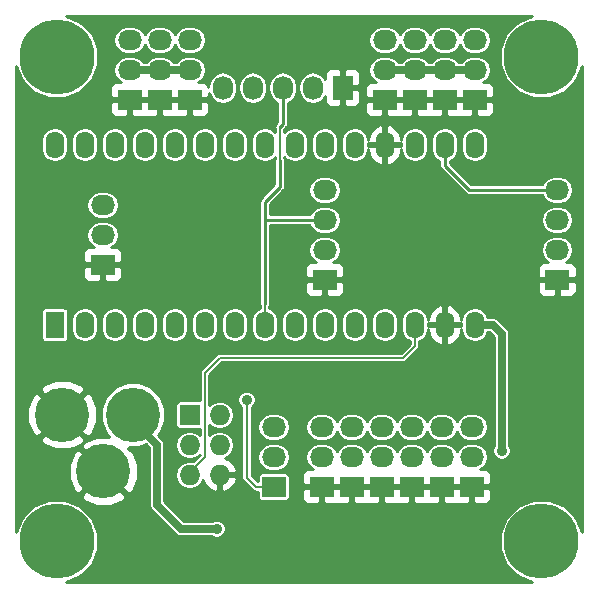
<source format=gbl>
G04 #@! TF.FileFunction,Copper,L2,Bot,Signal*
%FSLAX46Y46*%
G04 Gerber Fmt 4.6, Leading zero omitted, Abs format (unit mm)*
G04 Created by KiCad (PCBNEW 4.0.1-stable) date 7/15/2016 9:20:48 PM*
%MOMM*%
G01*
G04 APERTURE LIST*
%ADD10C,0.150000*%
%ADD11R,1.574800X2.286000*%
%ADD12O,1.574800X2.286000*%
%ADD13C,6.350000*%
%ADD14C,4.600000*%
%ADD15R,2.032000X1.727200*%
%ADD16O,2.032000X1.727200*%
%ADD17R,1.727200X1.727200*%
%ADD18O,1.727200X1.727200*%
%ADD19R,1.727200X2.032000*%
%ADD20O,1.727200X2.032000*%
%ADD21C,0.889000*%
%ADD22C,0.635000*%
%ADD23C,0.254000*%
%ADD24C,0.152400*%
%ADD25C,0.203200*%
G04 APERTURE END LIST*
D10*
D11*
X3810000Y-26670000D03*
D12*
X6350000Y-26670000D03*
X8890000Y-26670000D03*
X11430000Y-26670000D03*
X13970000Y-26670000D03*
X16510000Y-26670000D03*
X19050000Y-26670000D03*
X21590000Y-26670000D03*
X24130000Y-26670000D03*
X26670000Y-26670000D03*
X29210000Y-26670000D03*
X31750000Y-26670000D03*
X34290000Y-26670000D03*
X36830000Y-26670000D03*
X39370000Y-26670000D03*
X39370000Y-11430000D03*
X36830000Y-11430000D03*
X34290000Y-11430000D03*
X31750000Y-11430000D03*
X29210000Y-11430000D03*
X26670000Y-11430000D03*
X24130000Y-11430000D03*
X21590000Y-11430000D03*
X19050000Y-11430000D03*
X16510000Y-11430000D03*
X13970000Y-11430000D03*
X11430000Y-11430000D03*
X8890000Y-11430000D03*
X6350000Y-11430000D03*
X3810000Y-11430000D03*
D13*
X4000000Y-45000000D03*
X45000000Y-45000000D03*
X45000000Y-4000000D03*
X4000000Y-4000000D03*
D14*
X4445000Y-34290000D03*
X10445000Y-34290000D03*
X7945000Y-39090000D03*
D15*
X26416000Y-40386000D03*
D16*
X26416000Y-37846000D03*
X26416000Y-35306000D03*
D15*
X28956000Y-40386000D03*
D16*
X28956000Y-37846000D03*
X28956000Y-35306000D03*
D15*
X31496000Y-40386000D03*
D16*
X31496000Y-37846000D03*
X31496000Y-35306000D03*
D15*
X34036000Y-40386000D03*
D16*
X34036000Y-37846000D03*
X34036000Y-35306000D03*
D15*
X36576000Y-40386000D03*
D16*
X36576000Y-37846000D03*
X36576000Y-35306000D03*
D15*
X39116000Y-40386000D03*
D16*
X39116000Y-37846000D03*
X39116000Y-35306000D03*
D17*
X15240000Y-34290000D03*
D18*
X17780000Y-34290000D03*
X15240000Y-36830000D03*
X17780000Y-36830000D03*
X15240000Y-39370000D03*
X17780000Y-39370000D03*
D15*
X10160000Y-7620000D03*
D16*
X10160000Y-5080000D03*
X10160000Y-2540000D03*
D15*
X12700000Y-7620000D03*
D16*
X12700000Y-5080000D03*
X12700000Y-2540000D03*
D15*
X15240000Y-7620000D03*
D16*
X15240000Y-5080000D03*
X15240000Y-2540000D03*
D15*
X31750000Y-7620000D03*
D16*
X31750000Y-5080000D03*
X31750000Y-2540000D03*
D15*
X34290000Y-7620000D03*
D16*
X34290000Y-5080000D03*
X34290000Y-2540000D03*
D15*
X36830000Y-7620000D03*
D16*
X36830000Y-5080000D03*
X36830000Y-2540000D03*
D15*
X39370000Y-7620000D03*
D16*
X39370000Y-5080000D03*
X39370000Y-2540000D03*
D15*
X46355000Y-22860000D03*
D16*
X46355000Y-20320000D03*
X46355000Y-17780000D03*
X46355000Y-15240000D03*
D19*
X28194000Y-6604000D03*
D20*
X25654000Y-6604000D03*
X23114000Y-6604000D03*
X20574000Y-6604000D03*
X18034000Y-6604000D03*
D15*
X26670000Y-22860000D03*
D16*
X26670000Y-20320000D03*
X26670000Y-17780000D03*
X26670000Y-15240000D03*
D15*
X22352000Y-40386000D03*
D16*
X22352000Y-37846000D03*
X22352000Y-35306000D03*
D15*
X7874000Y-21590000D03*
D16*
X7874000Y-19050000D03*
X7874000Y-16510000D03*
D21*
X36576000Y-16510000D03*
X35052000Y-19558000D03*
X41656000Y-37338000D03*
X17526000Y-43942000D03*
X20066000Y-33020000D03*
D22*
X12700000Y-5080000D02*
X15240000Y-5080000D01*
X10160000Y-5080000D02*
X12700000Y-5080000D01*
X36830000Y-5080000D02*
X39370000Y-5080000D01*
X34290000Y-5080000D02*
X36830000Y-5080000D01*
X31750000Y-5080000D02*
X34290000Y-5080000D01*
X40894000Y-26670000D02*
X39370000Y-26670000D01*
X41656000Y-27432000D02*
X40894000Y-26670000D01*
X41656000Y-37338000D02*
X41656000Y-27432000D01*
X10445000Y-34290000D02*
X10445000Y-34829000D01*
X10445000Y-34829000D02*
X12446000Y-36830000D01*
X14478000Y-43942000D02*
X17526000Y-43942000D01*
X12446000Y-41910000D02*
X14478000Y-43942000D01*
X12446000Y-36830000D02*
X12446000Y-41910000D01*
D23*
X26670000Y-17780000D02*
X21590000Y-17780000D01*
X23114000Y-6604000D02*
X23114000Y-9652000D01*
X23114000Y-9652000D02*
X22860000Y-9906000D01*
X21590000Y-24892000D02*
X21590000Y-17780000D01*
X21590000Y-17780000D02*
X21590000Y-16256000D01*
X22860000Y-14986000D02*
X22860000Y-12700000D01*
X21590000Y-16256000D02*
X22860000Y-14986000D01*
D24*
X22860000Y-9906000D02*
X22860000Y-12700000D01*
X23114000Y-9652000D02*
X22860000Y-9906000D01*
X21590000Y-24892000D02*
X21590000Y-26670000D01*
X15240000Y-39370000D02*
X15240000Y-39116000D01*
X15240000Y-39116000D02*
X16510000Y-37846000D01*
X16510000Y-37846000D02*
X16510000Y-30734000D01*
X16510000Y-30734000D02*
X17780000Y-29464000D01*
X17780000Y-29464000D02*
X33274000Y-29464000D01*
X33274000Y-29464000D02*
X34290000Y-28448000D01*
X34290000Y-28448000D02*
X34290000Y-26670000D01*
D23*
X46355000Y-15240000D02*
X38862000Y-15240000D01*
X36830000Y-13208000D02*
X36830000Y-11430000D01*
X38862000Y-15240000D02*
X36830000Y-13208000D01*
D25*
X36830000Y-11430000D02*
X36830000Y-11938000D01*
X22352000Y-40386000D02*
X20828000Y-40386000D01*
X20066000Y-39624000D02*
X20066000Y-33020000D01*
X20828000Y-40386000D02*
X20066000Y-39624000D01*
D23*
G36*
X43017058Y-1026703D02*
X42030169Y-2011871D01*
X41495410Y-3299714D01*
X41494193Y-4694169D01*
X42026703Y-5982942D01*
X43011871Y-6969831D01*
X44299714Y-7504590D01*
X45694169Y-7505807D01*
X46982942Y-6973297D01*
X47969831Y-5988129D01*
X48479300Y-4761191D01*
X48479300Y-44241679D01*
X47973297Y-43017058D01*
X46988129Y-42030169D01*
X45700286Y-41495410D01*
X44305831Y-41494193D01*
X43017058Y-42026703D01*
X42030169Y-43011871D01*
X41495410Y-44299714D01*
X41494193Y-45694169D01*
X42026703Y-46982942D01*
X43011871Y-47969831D01*
X44238809Y-48479300D01*
X4758321Y-48479300D01*
X5982942Y-47973297D01*
X6969831Y-46988129D01*
X7504590Y-45700286D01*
X7505807Y-44305831D01*
X6973297Y-43017058D01*
X5988129Y-42030169D01*
X4700286Y-41495410D01*
X3305831Y-41494193D01*
X2017058Y-42026703D01*
X1030169Y-43011871D01*
X520700Y-44238809D01*
X520700Y-41181553D01*
X6033052Y-41181553D01*
X6290383Y-41583451D01*
X7370536Y-42026843D01*
X8538145Y-42023127D01*
X9599617Y-41583451D01*
X9856948Y-41181553D01*
X7945000Y-39269605D01*
X6033052Y-41181553D01*
X520700Y-41181553D01*
X520700Y-38515536D01*
X5008157Y-38515536D01*
X5011873Y-39683145D01*
X5451549Y-40744617D01*
X5853447Y-41001948D01*
X7765395Y-39090000D01*
X5853447Y-37178052D01*
X5451549Y-37435383D01*
X5008157Y-38515536D01*
X520700Y-38515536D01*
X520700Y-36381553D01*
X2533052Y-36381553D01*
X2790383Y-36783451D01*
X3870536Y-37226843D01*
X5038145Y-37223127D01*
X5580570Y-36998447D01*
X6033052Y-36998447D01*
X7945000Y-38910395D01*
X7959143Y-38896253D01*
X8138748Y-39075858D01*
X8124605Y-39090000D01*
X10036553Y-41001948D01*
X10438451Y-40744617D01*
X10881843Y-39664464D01*
X10878127Y-38496855D01*
X10438451Y-37435383D01*
X10036555Y-37178053D01*
X10149062Y-37065546D01*
X10105021Y-37021505D01*
X10986005Y-37022273D01*
X11507012Y-36806998D01*
X11798300Y-37098286D01*
X11798300Y-41910000D01*
X11847603Y-42157864D01*
X11988007Y-42367993D01*
X14020007Y-44399993D01*
X14230136Y-44540397D01*
X14478000Y-44589700D01*
X17077934Y-44589700D01*
X17086595Y-44598376D01*
X17371227Y-44716565D01*
X17679421Y-44716834D01*
X17964259Y-44599141D01*
X18182376Y-44381405D01*
X18300565Y-44096773D01*
X18300834Y-43788579D01*
X18183141Y-43503741D01*
X17965405Y-43285624D01*
X17680773Y-43167435D01*
X17372579Y-43167166D01*
X17087741Y-43284859D01*
X17078283Y-43294300D01*
X14746286Y-43294300D01*
X13093700Y-41641714D01*
X13093700Y-36830000D01*
X14022812Y-36830000D01*
X14113685Y-37286847D01*
X14372468Y-37674144D01*
X14759765Y-37932927D01*
X15216612Y-38023800D01*
X15263388Y-38023800D01*
X15720235Y-37932927D01*
X16103600Y-37676771D01*
X16103600Y-37677664D01*
X15548376Y-38232888D01*
X15263388Y-38176200D01*
X15216612Y-38176200D01*
X14759765Y-38267073D01*
X14372468Y-38525856D01*
X14113685Y-38913153D01*
X14022812Y-39370000D01*
X14113685Y-39826847D01*
X14372468Y-40214144D01*
X14759765Y-40472927D01*
X15216612Y-40563800D01*
X15263388Y-40563800D01*
X15720235Y-40472927D01*
X16107532Y-40214144D01*
X16365848Y-39827546D01*
X16497312Y-40144947D01*
X16891510Y-40576821D01*
X17420973Y-40824968D01*
X17653000Y-40704469D01*
X17653000Y-39497000D01*
X17907000Y-39497000D01*
X17907000Y-40704469D01*
X18139027Y-40824968D01*
X18668490Y-40576821D01*
X19062688Y-40144947D01*
X19234958Y-39729026D01*
X19113817Y-39497000D01*
X17907000Y-39497000D01*
X17653000Y-39497000D01*
X17633000Y-39497000D01*
X17633000Y-39243000D01*
X17653000Y-39243000D01*
X17653000Y-39223000D01*
X17907000Y-39223000D01*
X17907000Y-39243000D01*
X19113817Y-39243000D01*
X19234958Y-39010974D01*
X19062688Y-38595053D01*
X18668490Y-38163179D01*
X18201947Y-37944521D01*
X18260235Y-37932927D01*
X18647532Y-37674144D01*
X18906315Y-37286847D01*
X18997188Y-36830000D01*
X18906315Y-36373153D01*
X18647532Y-35985856D01*
X18260235Y-35727073D01*
X17803388Y-35636200D01*
X17756612Y-35636200D01*
X17299765Y-35727073D01*
X16916400Y-35983229D01*
X16916400Y-35136771D01*
X17299765Y-35392927D01*
X17756612Y-35483800D01*
X17803388Y-35483800D01*
X18260235Y-35392927D01*
X18647532Y-35134144D01*
X18906315Y-34746847D01*
X18997188Y-34290000D01*
X18906315Y-33833153D01*
X18647532Y-33445856D01*
X18260235Y-33187073D01*
X18191603Y-33173421D01*
X19291166Y-33173421D01*
X19408859Y-33458259D01*
X19626595Y-33676376D01*
X19634200Y-33679534D01*
X19634200Y-39624000D01*
X19667069Y-39789243D01*
X19760671Y-39929329D01*
X20522671Y-40691329D01*
X20662757Y-40784931D01*
X20690173Y-40790385D01*
X20828000Y-40817801D01*
X20828005Y-40817800D01*
X20999331Y-40817800D01*
X20999331Y-41249600D01*
X21022356Y-41371965D01*
X21094673Y-41484349D01*
X21205017Y-41559744D01*
X21336000Y-41586269D01*
X23368000Y-41586269D01*
X23490365Y-41563244D01*
X23602749Y-41490927D01*
X23678144Y-41380583D01*
X23704669Y-41249600D01*
X23704669Y-40671750D01*
X24765000Y-40671750D01*
X24765000Y-41375910D01*
X24861673Y-41609299D01*
X25040302Y-41787927D01*
X25273691Y-41884600D01*
X26130250Y-41884600D01*
X26289000Y-41725850D01*
X26289000Y-40513000D01*
X26543000Y-40513000D01*
X26543000Y-41725850D01*
X26701750Y-41884600D01*
X27558309Y-41884600D01*
X27686000Y-41831709D01*
X27813691Y-41884600D01*
X28670250Y-41884600D01*
X28829000Y-41725850D01*
X28829000Y-40513000D01*
X29083000Y-40513000D01*
X29083000Y-41725850D01*
X29241750Y-41884600D01*
X30098309Y-41884600D01*
X30226000Y-41831709D01*
X30353691Y-41884600D01*
X31210250Y-41884600D01*
X31369000Y-41725850D01*
X31369000Y-40513000D01*
X31623000Y-40513000D01*
X31623000Y-41725850D01*
X31781750Y-41884600D01*
X32638309Y-41884600D01*
X32766000Y-41831709D01*
X32893691Y-41884600D01*
X33750250Y-41884600D01*
X33909000Y-41725850D01*
X33909000Y-40513000D01*
X34163000Y-40513000D01*
X34163000Y-41725850D01*
X34321750Y-41884600D01*
X35178309Y-41884600D01*
X35306000Y-41831709D01*
X35433691Y-41884600D01*
X36290250Y-41884600D01*
X36449000Y-41725850D01*
X36449000Y-40513000D01*
X36703000Y-40513000D01*
X36703000Y-41725850D01*
X36861750Y-41884600D01*
X37718309Y-41884600D01*
X37846000Y-41831709D01*
X37973691Y-41884600D01*
X38830250Y-41884600D01*
X38989000Y-41725850D01*
X38989000Y-40513000D01*
X39243000Y-40513000D01*
X39243000Y-41725850D01*
X39401750Y-41884600D01*
X40258309Y-41884600D01*
X40491698Y-41787927D01*
X40670327Y-41609299D01*
X40767000Y-41375910D01*
X40767000Y-40671750D01*
X40608250Y-40513000D01*
X39243000Y-40513000D01*
X38989000Y-40513000D01*
X36703000Y-40513000D01*
X36449000Y-40513000D01*
X34163000Y-40513000D01*
X33909000Y-40513000D01*
X31623000Y-40513000D01*
X31369000Y-40513000D01*
X29083000Y-40513000D01*
X28829000Y-40513000D01*
X26543000Y-40513000D01*
X26289000Y-40513000D01*
X24923750Y-40513000D01*
X24765000Y-40671750D01*
X23704669Y-40671750D01*
X23704669Y-39522400D01*
X23681644Y-39400035D01*
X23679106Y-39396090D01*
X24765000Y-39396090D01*
X24765000Y-40100250D01*
X24923750Y-40259000D01*
X26289000Y-40259000D01*
X26289000Y-40239000D01*
X26543000Y-40239000D01*
X26543000Y-40259000D01*
X28829000Y-40259000D01*
X28829000Y-40239000D01*
X29083000Y-40239000D01*
X29083000Y-40259000D01*
X31369000Y-40259000D01*
X31369000Y-40239000D01*
X31623000Y-40239000D01*
X31623000Y-40259000D01*
X33909000Y-40259000D01*
X33909000Y-40239000D01*
X34163000Y-40239000D01*
X34163000Y-40259000D01*
X36449000Y-40259000D01*
X36449000Y-40239000D01*
X36703000Y-40239000D01*
X36703000Y-40259000D01*
X38989000Y-40259000D01*
X38989000Y-40239000D01*
X39243000Y-40239000D01*
X39243000Y-40259000D01*
X40608250Y-40259000D01*
X40767000Y-40100250D01*
X40767000Y-39396090D01*
X40670327Y-39162701D01*
X40491698Y-38984073D01*
X40258309Y-38887400D01*
X39843703Y-38887400D01*
X40138918Y-38690144D01*
X40397701Y-38302847D01*
X40488574Y-37846000D01*
X40397701Y-37389153D01*
X40138918Y-37001856D01*
X39751621Y-36743073D01*
X39294774Y-36652200D01*
X38937226Y-36652200D01*
X38480379Y-36743073D01*
X38093082Y-37001856D01*
X37846000Y-37371641D01*
X37598918Y-37001856D01*
X37211621Y-36743073D01*
X36754774Y-36652200D01*
X36397226Y-36652200D01*
X35940379Y-36743073D01*
X35553082Y-37001856D01*
X35306000Y-37371641D01*
X35058918Y-37001856D01*
X34671621Y-36743073D01*
X34214774Y-36652200D01*
X33857226Y-36652200D01*
X33400379Y-36743073D01*
X33013082Y-37001856D01*
X32766000Y-37371641D01*
X32518918Y-37001856D01*
X32131621Y-36743073D01*
X31674774Y-36652200D01*
X31317226Y-36652200D01*
X30860379Y-36743073D01*
X30473082Y-37001856D01*
X30226000Y-37371641D01*
X29978918Y-37001856D01*
X29591621Y-36743073D01*
X29134774Y-36652200D01*
X28777226Y-36652200D01*
X28320379Y-36743073D01*
X27933082Y-37001856D01*
X27686000Y-37371641D01*
X27438918Y-37001856D01*
X27051621Y-36743073D01*
X26594774Y-36652200D01*
X26237226Y-36652200D01*
X25780379Y-36743073D01*
X25393082Y-37001856D01*
X25134299Y-37389153D01*
X25043426Y-37846000D01*
X25134299Y-38302847D01*
X25393082Y-38690144D01*
X25688297Y-38887400D01*
X25273691Y-38887400D01*
X25040302Y-38984073D01*
X24861673Y-39162701D01*
X24765000Y-39396090D01*
X23679106Y-39396090D01*
X23609327Y-39287651D01*
X23498983Y-39212256D01*
X23368000Y-39185731D01*
X21336000Y-39185731D01*
X21213635Y-39208756D01*
X21101251Y-39281073D01*
X21025856Y-39391417D01*
X20999331Y-39522400D01*
X20999331Y-39946673D01*
X20497800Y-39445142D01*
X20497800Y-37846000D01*
X20979426Y-37846000D01*
X21070299Y-38302847D01*
X21329082Y-38690144D01*
X21716379Y-38948927D01*
X22173226Y-39039800D01*
X22530774Y-39039800D01*
X22987621Y-38948927D01*
X23374918Y-38690144D01*
X23633701Y-38302847D01*
X23724574Y-37846000D01*
X23633701Y-37389153D01*
X23374918Y-37001856D01*
X22987621Y-36743073D01*
X22530774Y-36652200D01*
X22173226Y-36652200D01*
X21716379Y-36743073D01*
X21329082Y-37001856D01*
X21070299Y-37389153D01*
X20979426Y-37846000D01*
X20497800Y-37846000D01*
X20497800Y-35306000D01*
X20979426Y-35306000D01*
X21070299Y-35762847D01*
X21329082Y-36150144D01*
X21716379Y-36408927D01*
X22173226Y-36499800D01*
X22530774Y-36499800D01*
X22987621Y-36408927D01*
X23374918Y-36150144D01*
X23633701Y-35762847D01*
X23724574Y-35306000D01*
X25043426Y-35306000D01*
X25134299Y-35762847D01*
X25393082Y-36150144D01*
X25780379Y-36408927D01*
X26237226Y-36499800D01*
X26594774Y-36499800D01*
X27051621Y-36408927D01*
X27438918Y-36150144D01*
X27686000Y-35780359D01*
X27933082Y-36150144D01*
X28320379Y-36408927D01*
X28777226Y-36499800D01*
X29134774Y-36499800D01*
X29591621Y-36408927D01*
X29978918Y-36150144D01*
X30226000Y-35780359D01*
X30473082Y-36150144D01*
X30860379Y-36408927D01*
X31317226Y-36499800D01*
X31674774Y-36499800D01*
X32131621Y-36408927D01*
X32518918Y-36150144D01*
X32766000Y-35780359D01*
X33013082Y-36150144D01*
X33400379Y-36408927D01*
X33857226Y-36499800D01*
X34214774Y-36499800D01*
X34671621Y-36408927D01*
X35058918Y-36150144D01*
X35306000Y-35780359D01*
X35553082Y-36150144D01*
X35940379Y-36408927D01*
X36397226Y-36499800D01*
X36754774Y-36499800D01*
X37211621Y-36408927D01*
X37598918Y-36150144D01*
X37846000Y-35780359D01*
X38093082Y-36150144D01*
X38480379Y-36408927D01*
X38937226Y-36499800D01*
X39294774Y-36499800D01*
X39751621Y-36408927D01*
X40138918Y-36150144D01*
X40397701Y-35762847D01*
X40488574Y-35306000D01*
X40397701Y-34849153D01*
X40138918Y-34461856D01*
X39751621Y-34203073D01*
X39294774Y-34112200D01*
X38937226Y-34112200D01*
X38480379Y-34203073D01*
X38093082Y-34461856D01*
X37846000Y-34831641D01*
X37598918Y-34461856D01*
X37211621Y-34203073D01*
X36754774Y-34112200D01*
X36397226Y-34112200D01*
X35940379Y-34203073D01*
X35553082Y-34461856D01*
X35306000Y-34831641D01*
X35058918Y-34461856D01*
X34671621Y-34203073D01*
X34214774Y-34112200D01*
X33857226Y-34112200D01*
X33400379Y-34203073D01*
X33013082Y-34461856D01*
X32766000Y-34831641D01*
X32518918Y-34461856D01*
X32131621Y-34203073D01*
X31674774Y-34112200D01*
X31317226Y-34112200D01*
X30860379Y-34203073D01*
X30473082Y-34461856D01*
X30226000Y-34831641D01*
X29978918Y-34461856D01*
X29591621Y-34203073D01*
X29134774Y-34112200D01*
X28777226Y-34112200D01*
X28320379Y-34203073D01*
X27933082Y-34461856D01*
X27686000Y-34831641D01*
X27438918Y-34461856D01*
X27051621Y-34203073D01*
X26594774Y-34112200D01*
X26237226Y-34112200D01*
X25780379Y-34203073D01*
X25393082Y-34461856D01*
X25134299Y-34849153D01*
X25043426Y-35306000D01*
X23724574Y-35306000D01*
X23633701Y-34849153D01*
X23374918Y-34461856D01*
X22987621Y-34203073D01*
X22530774Y-34112200D01*
X22173226Y-34112200D01*
X21716379Y-34203073D01*
X21329082Y-34461856D01*
X21070299Y-34849153D01*
X20979426Y-35306000D01*
X20497800Y-35306000D01*
X20497800Y-33679810D01*
X20504259Y-33677141D01*
X20722376Y-33459405D01*
X20840565Y-33174773D01*
X20840834Y-32866579D01*
X20723141Y-32581741D01*
X20505405Y-32363624D01*
X20220773Y-32245435D01*
X19912579Y-32245166D01*
X19627741Y-32362859D01*
X19409624Y-32580595D01*
X19291435Y-32865227D01*
X19291166Y-33173421D01*
X18191603Y-33173421D01*
X17803388Y-33096200D01*
X17756612Y-33096200D01*
X17299765Y-33187073D01*
X16916400Y-33443229D01*
X16916400Y-30902336D01*
X17948336Y-29870400D01*
X33274000Y-29870400D01*
X33429523Y-29839465D01*
X33561368Y-29751368D01*
X34577368Y-28735368D01*
X34665465Y-28603523D01*
X34696400Y-28448000D01*
X34696400Y-28091224D01*
X34717687Y-28086990D01*
X35080263Y-27844725D01*
X35322528Y-27482149D01*
X35407600Y-27054462D01*
X35407600Y-27152600D01*
X35564475Y-27687262D01*
X35914014Y-28121191D01*
X36403004Y-28388327D01*
X36482940Y-28405010D01*
X36703000Y-28282852D01*
X36703000Y-26797000D01*
X35407600Y-26797000D01*
X35407600Y-26543000D01*
X36703000Y-26543000D01*
X36703000Y-25057148D01*
X36957000Y-25057148D01*
X36957000Y-26543000D01*
X38252400Y-26543000D01*
X38252400Y-26797000D01*
X36957000Y-26797000D01*
X36957000Y-28282852D01*
X37177060Y-28405010D01*
X37256996Y-28388327D01*
X37745986Y-28121191D01*
X38095525Y-27687262D01*
X38252400Y-27152600D01*
X38252400Y-27054462D01*
X38337472Y-27482149D01*
X38579737Y-27844725D01*
X38942313Y-28086990D01*
X39370000Y-28172062D01*
X39797687Y-28086990D01*
X40160263Y-27844725D01*
X40402528Y-27482149D01*
X40435239Y-27317700D01*
X40625714Y-27317700D01*
X41008300Y-27700286D01*
X41008300Y-36889934D01*
X40999624Y-36898595D01*
X40881435Y-37183227D01*
X40881166Y-37491421D01*
X40998859Y-37776259D01*
X41216595Y-37994376D01*
X41501227Y-38112565D01*
X41809421Y-38112834D01*
X42094259Y-37995141D01*
X42312376Y-37777405D01*
X42430565Y-37492773D01*
X42430834Y-37184579D01*
X42313141Y-36899741D01*
X42303700Y-36890283D01*
X42303700Y-27432000D01*
X42254397Y-27184136D01*
X42113993Y-26974007D01*
X41351993Y-26212007D01*
X41141864Y-26071603D01*
X40894000Y-26022300D01*
X40435239Y-26022300D01*
X40402528Y-25857851D01*
X40160263Y-25495275D01*
X39797687Y-25253010D01*
X39370000Y-25167938D01*
X38942313Y-25253010D01*
X38579737Y-25495275D01*
X38337472Y-25857851D01*
X38252400Y-26285538D01*
X38252400Y-26187400D01*
X38095525Y-25652738D01*
X37745986Y-25218809D01*
X37256996Y-24951673D01*
X37177060Y-24934990D01*
X36957000Y-25057148D01*
X36703000Y-25057148D01*
X36482940Y-24934990D01*
X36403004Y-24951673D01*
X35914014Y-25218809D01*
X35564475Y-25652738D01*
X35407600Y-26187400D01*
X35407600Y-26285538D01*
X35322528Y-25857851D01*
X35080263Y-25495275D01*
X34717687Y-25253010D01*
X34290000Y-25167938D01*
X33862313Y-25253010D01*
X33499737Y-25495275D01*
X33257472Y-25857851D01*
X33172400Y-26285538D01*
X33172400Y-27054462D01*
X33257472Y-27482149D01*
X33499737Y-27844725D01*
X33862313Y-28086990D01*
X33883600Y-28091224D01*
X33883600Y-28279664D01*
X33105664Y-29057600D01*
X17780000Y-29057600D01*
X17624477Y-29088535D01*
X17492632Y-29176632D01*
X16222632Y-30446632D01*
X16134535Y-30578477D01*
X16103600Y-30734000D01*
X16103600Y-33089731D01*
X14376400Y-33089731D01*
X14254035Y-33112756D01*
X14141651Y-33185073D01*
X14066256Y-33295417D01*
X14039731Y-33426400D01*
X14039731Y-35153600D01*
X14062756Y-35275965D01*
X14135073Y-35388349D01*
X14245417Y-35463744D01*
X14376400Y-35490269D01*
X16103600Y-35490269D01*
X16103600Y-35983229D01*
X15720235Y-35727073D01*
X15263388Y-35636200D01*
X15216612Y-35636200D01*
X14759765Y-35727073D01*
X14372468Y-35985856D01*
X14113685Y-36373153D01*
X14022812Y-36830000D01*
X13093700Y-36830000D01*
X13044397Y-36582136D01*
X13044397Y-36582135D01*
X12903993Y-36372007D01*
X12565333Y-36033347D01*
X12759557Y-35839461D01*
X13176325Y-34835773D01*
X13177273Y-33748995D01*
X12762258Y-32744581D01*
X11994461Y-31975443D01*
X10990773Y-31558675D01*
X9903995Y-31557727D01*
X8899581Y-31972742D01*
X8130443Y-32740539D01*
X7713675Y-33744227D01*
X7712727Y-34831005D01*
X8127742Y-35835419D01*
X8445162Y-36153393D01*
X7351855Y-36156873D01*
X6290383Y-36596549D01*
X6033052Y-36998447D01*
X5580570Y-36998447D01*
X6099617Y-36783451D01*
X6356948Y-36381553D01*
X4445000Y-34469605D01*
X2533052Y-36381553D01*
X520700Y-36381553D01*
X520700Y-33715536D01*
X1508157Y-33715536D01*
X1511873Y-34883145D01*
X1951549Y-35944617D01*
X2353447Y-36201948D01*
X4265395Y-34290000D01*
X4624605Y-34290000D01*
X6536553Y-36201948D01*
X6938451Y-35944617D01*
X7381843Y-34864464D01*
X7378127Y-33696855D01*
X6938451Y-32635383D01*
X6536553Y-32378052D01*
X4624605Y-34290000D01*
X4265395Y-34290000D01*
X2353447Y-32378052D01*
X1951549Y-32635383D01*
X1508157Y-33715536D01*
X520700Y-33715536D01*
X520700Y-32198447D01*
X2533052Y-32198447D01*
X4445000Y-34110395D01*
X6356948Y-32198447D01*
X6099617Y-31796549D01*
X5019464Y-31353157D01*
X3851855Y-31356873D01*
X2790383Y-31796549D01*
X2533052Y-32198447D01*
X520700Y-32198447D01*
X520700Y-25527000D01*
X2685931Y-25527000D01*
X2685931Y-27813000D01*
X2708956Y-27935365D01*
X2781273Y-28047749D01*
X2891617Y-28123144D01*
X3022600Y-28149669D01*
X4597400Y-28149669D01*
X4719765Y-28126644D01*
X4832149Y-28054327D01*
X4907544Y-27943983D01*
X4934069Y-27813000D01*
X4934069Y-26285538D01*
X5232400Y-26285538D01*
X5232400Y-27054462D01*
X5317472Y-27482149D01*
X5559737Y-27844725D01*
X5922313Y-28086990D01*
X6350000Y-28172062D01*
X6777687Y-28086990D01*
X7140263Y-27844725D01*
X7382528Y-27482149D01*
X7467600Y-27054462D01*
X7467600Y-26285538D01*
X7772400Y-26285538D01*
X7772400Y-27054462D01*
X7857472Y-27482149D01*
X8099737Y-27844725D01*
X8462313Y-28086990D01*
X8890000Y-28172062D01*
X9317687Y-28086990D01*
X9680263Y-27844725D01*
X9922528Y-27482149D01*
X10007600Y-27054462D01*
X10007600Y-26285538D01*
X10312400Y-26285538D01*
X10312400Y-27054462D01*
X10397472Y-27482149D01*
X10639737Y-27844725D01*
X11002313Y-28086990D01*
X11430000Y-28172062D01*
X11857687Y-28086990D01*
X12220263Y-27844725D01*
X12462528Y-27482149D01*
X12547600Y-27054462D01*
X12547600Y-26285538D01*
X12852400Y-26285538D01*
X12852400Y-27054462D01*
X12937472Y-27482149D01*
X13179737Y-27844725D01*
X13542313Y-28086990D01*
X13970000Y-28172062D01*
X14397687Y-28086990D01*
X14760263Y-27844725D01*
X15002528Y-27482149D01*
X15087600Y-27054462D01*
X15087600Y-26285538D01*
X15392400Y-26285538D01*
X15392400Y-27054462D01*
X15477472Y-27482149D01*
X15719737Y-27844725D01*
X16082313Y-28086990D01*
X16510000Y-28172062D01*
X16937687Y-28086990D01*
X17300263Y-27844725D01*
X17542528Y-27482149D01*
X17627600Y-27054462D01*
X17627600Y-26285538D01*
X17932400Y-26285538D01*
X17932400Y-27054462D01*
X18017472Y-27482149D01*
X18259737Y-27844725D01*
X18622313Y-28086990D01*
X19050000Y-28172062D01*
X19477687Y-28086990D01*
X19840263Y-27844725D01*
X20082528Y-27482149D01*
X20167600Y-27054462D01*
X20167600Y-26285538D01*
X20082528Y-25857851D01*
X19840263Y-25495275D01*
X19477687Y-25253010D01*
X19050000Y-25167938D01*
X18622313Y-25253010D01*
X18259737Y-25495275D01*
X18017472Y-25857851D01*
X17932400Y-26285538D01*
X17627600Y-26285538D01*
X17542528Y-25857851D01*
X17300263Y-25495275D01*
X16937687Y-25253010D01*
X16510000Y-25167938D01*
X16082313Y-25253010D01*
X15719737Y-25495275D01*
X15477472Y-25857851D01*
X15392400Y-26285538D01*
X15087600Y-26285538D01*
X15002528Y-25857851D01*
X14760263Y-25495275D01*
X14397687Y-25253010D01*
X13970000Y-25167938D01*
X13542313Y-25253010D01*
X13179737Y-25495275D01*
X12937472Y-25857851D01*
X12852400Y-26285538D01*
X12547600Y-26285538D01*
X12462528Y-25857851D01*
X12220263Y-25495275D01*
X11857687Y-25253010D01*
X11430000Y-25167938D01*
X11002313Y-25253010D01*
X10639737Y-25495275D01*
X10397472Y-25857851D01*
X10312400Y-26285538D01*
X10007600Y-26285538D01*
X9922528Y-25857851D01*
X9680263Y-25495275D01*
X9317687Y-25253010D01*
X8890000Y-25167938D01*
X8462313Y-25253010D01*
X8099737Y-25495275D01*
X7857472Y-25857851D01*
X7772400Y-26285538D01*
X7467600Y-26285538D01*
X7382528Y-25857851D01*
X7140263Y-25495275D01*
X6777687Y-25253010D01*
X6350000Y-25167938D01*
X5922313Y-25253010D01*
X5559737Y-25495275D01*
X5317472Y-25857851D01*
X5232400Y-26285538D01*
X4934069Y-26285538D01*
X4934069Y-25527000D01*
X4911044Y-25404635D01*
X4838727Y-25292251D01*
X4728383Y-25216856D01*
X4597400Y-25190331D01*
X3022600Y-25190331D01*
X2900235Y-25213356D01*
X2787851Y-25285673D01*
X2712456Y-25396017D01*
X2685931Y-25527000D01*
X520700Y-25527000D01*
X520700Y-21875750D01*
X6223000Y-21875750D01*
X6223000Y-22579910D01*
X6319673Y-22813299D01*
X6498302Y-22991927D01*
X6731691Y-23088600D01*
X7588250Y-23088600D01*
X7747000Y-22929850D01*
X7747000Y-21717000D01*
X8001000Y-21717000D01*
X8001000Y-22929850D01*
X8159750Y-23088600D01*
X9016309Y-23088600D01*
X9249698Y-22991927D01*
X9428327Y-22813299D01*
X9525000Y-22579910D01*
X9525000Y-21875750D01*
X9366250Y-21717000D01*
X8001000Y-21717000D01*
X7747000Y-21717000D01*
X6381750Y-21717000D01*
X6223000Y-21875750D01*
X520700Y-21875750D01*
X520700Y-20600090D01*
X6223000Y-20600090D01*
X6223000Y-21304250D01*
X6381750Y-21463000D01*
X7747000Y-21463000D01*
X7747000Y-21443000D01*
X8001000Y-21443000D01*
X8001000Y-21463000D01*
X9366250Y-21463000D01*
X9525000Y-21304250D01*
X9525000Y-20600090D01*
X9428327Y-20366701D01*
X9249698Y-20188073D01*
X9016309Y-20091400D01*
X8601703Y-20091400D01*
X8896918Y-19894144D01*
X9155701Y-19506847D01*
X9246574Y-19050000D01*
X9155701Y-18593153D01*
X8896918Y-18205856D01*
X8509621Y-17947073D01*
X8052774Y-17856200D01*
X7695226Y-17856200D01*
X7238379Y-17947073D01*
X6851082Y-18205856D01*
X6592299Y-18593153D01*
X6501426Y-19050000D01*
X6592299Y-19506847D01*
X6851082Y-19894144D01*
X7146297Y-20091400D01*
X6731691Y-20091400D01*
X6498302Y-20188073D01*
X6319673Y-20366701D01*
X6223000Y-20600090D01*
X520700Y-20600090D01*
X520700Y-16510000D01*
X6501426Y-16510000D01*
X6592299Y-16966847D01*
X6851082Y-17354144D01*
X7238379Y-17612927D01*
X7695226Y-17703800D01*
X8052774Y-17703800D01*
X8509621Y-17612927D01*
X8896918Y-17354144D01*
X9155701Y-16966847D01*
X9246574Y-16510000D01*
X9155701Y-16053153D01*
X8896918Y-15665856D01*
X8509621Y-15407073D01*
X8052774Y-15316200D01*
X7695226Y-15316200D01*
X7238379Y-15407073D01*
X6851082Y-15665856D01*
X6592299Y-16053153D01*
X6501426Y-16510000D01*
X520700Y-16510000D01*
X520700Y-11045538D01*
X2692400Y-11045538D01*
X2692400Y-11814462D01*
X2777472Y-12242149D01*
X3019737Y-12604725D01*
X3382313Y-12846990D01*
X3810000Y-12932062D01*
X4237687Y-12846990D01*
X4600263Y-12604725D01*
X4842528Y-12242149D01*
X4927600Y-11814462D01*
X4927600Y-11045538D01*
X5232400Y-11045538D01*
X5232400Y-11814462D01*
X5317472Y-12242149D01*
X5559737Y-12604725D01*
X5922313Y-12846990D01*
X6350000Y-12932062D01*
X6777687Y-12846990D01*
X7140263Y-12604725D01*
X7382528Y-12242149D01*
X7467600Y-11814462D01*
X7467600Y-11045538D01*
X7772400Y-11045538D01*
X7772400Y-11814462D01*
X7857472Y-12242149D01*
X8099737Y-12604725D01*
X8462313Y-12846990D01*
X8890000Y-12932062D01*
X9317687Y-12846990D01*
X9680263Y-12604725D01*
X9922528Y-12242149D01*
X10007600Y-11814462D01*
X10007600Y-11045538D01*
X10312400Y-11045538D01*
X10312400Y-11814462D01*
X10397472Y-12242149D01*
X10639737Y-12604725D01*
X11002313Y-12846990D01*
X11430000Y-12932062D01*
X11857687Y-12846990D01*
X12220263Y-12604725D01*
X12462528Y-12242149D01*
X12547600Y-11814462D01*
X12547600Y-11045538D01*
X12852400Y-11045538D01*
X12852400Y-11814462D01*
X12937472Y-12242149D01*
X13179737Y-12604725D01*
X13542313Y-12846990D01*
X13970000Y-12932062D01*
X14397687Y-12846990D01*
X14760263Y-12604725D01*
X15002528Y-12242149D01*
X15087600Y-11814462D01*
X15087600Y-11045538D01*
X15392400Y-11045538D01*
X15392400Y-11814462D01*
X15477472Y-12242149D01*
X15719737Y-12604725D01*
X16082313Y-12846990D01*
X16510000Y-12932062D01*
X16937687Y-12846990D01*
X17300263Y-12604725D01*
X17542528Y-12242149D01*
X17627600Y-11814462D01*
X17627600Y-11045538D01*
X17932400Y-11045538D01*
X17932400Y-11814462D01*
X18017472Y-12242149D01*
X18259737Y-12604725D01*
X18622313Y-12846990D01*
X19050000Y-12932062D01*
X19477687Y-12846990D01*
X19840263Y-12604725D01*
X20082528Y-12242149D01*
X20167600Y-11814462D01*
X20167600Y-11045538D01*
X20472400Y-11045538D01*
X20472400Y-11814462D01*
X20557472Y-12242149D01*
X20799737Y-12604725D01*
X21162313Y-12846990D01*
X21590000Y-12932062D01*
X22017687Y-12846990D01*
X22380263Y-12604725D01*
X22453600Y-12494968D01*
X22453600Y-12501094D01*
X22437602Y-12525037D01*
X22402800Y-12700000D01*
X22402800Y-14796622D01*
X21266711Y-15932711D01*
X21167602Y-16081037D01*
X21132800Y-16256000D01*
X21132800Y-24892000D01*
X21167602Y-25066963D01*
X21183600Y-25090906D01*
X21183600Y-25248776D01*
X21162313Y-25253010D01*
X20799737Y-25495275D01*
X20557472Y-25857851D01*
X20472400Y-26285538D01*
X20472400Y-27054462D01*
X20557472Y-27482149D01*
X20799737Y-27844725D01*
X21162313Y-28086990D01*
X21590000Y-28172062D01*
X22017687Y-28086990D01*
X22380263Y-27844725D01*
X22622528Y-27482149D01*
X22707600Y-27054462D01*
X22707600Y-26285538D01*
X23012400Y-26285538D01*
X23012400Y-27054462D01*
X23097472Y-27482149D01*
X23339737Y-27844725D01*
X23702313Y-28086990D01*
X24130000Y-28172062D01*
X24557687Y-28086990D01*
X24920263Y-27844725D01*
X25162528Y-27482149D01*
X25247600Y-27054462D01*
X25247600Y-26285538D01*
X25552400Y-26285538D01*
X25552400Y-27054462D01*
X25637472Y-27482149D01*
X25879737Y-27844725D01*
X26242313Y-28086990D01*
X26670000Y-28172062D01*
X27097687Y-28086990D01*
X27460263Y-27844725D01*
X27702528Y-27482149D01*
X27787600Y-27054462D01*
X27787600Y-26285538D01*
X28092400Y-26285538D01*
X28092400Y-27054462D01*
X28177472Y-27482149D01*
X28419737Y-27844725D01*
X28782313Y-28086990D01*
X29210000Y-28172062D01*
X29637687Y-28086990D01*
X30000263Y-27844725D01*
X30242528Y-27482149D01*
X30327600Y-27054462D01*
X30327600Y-26285538D01*
X30632400Y-26285538D01*
X30632400Y-27054462D01*
X30717472Y-27482149D01*
X30959737Y-27844725D01*
X31322313Y-28086990D01*
X31750000Y-28172062D01*
X32177687Y-28086990D01*
X32540263Y-27844725D01*
X32782528Y-27482149D01*
X32867600Y-27054462D01*
X32867600Y-26285538D01*
X32782528Y-25857851D01*
X32540263Y-25495275D01*
X32177687Y-25253010D01*
X31750000Y-25167938D01*
X31322313Y-25253010D01*
X30959737Y-25495275D01*
X30717472Y-25857851D01*
X30632400Y-26285538D01*
X30327600Y-26285538D01*
X30242528Y-25857851D01*
X30000263Y-25495275D01*
X29637687Y-25253010D01*
X29210000Y-25167938D01*
X28782313Y-25253010D01*
X28419737Y-25495275D01*
X28177472Y-25857851D01*
X28092400Y-26285538D01*
X27787600Y-26285538D01*
X27702528Y-25857851D01*
X27460263Y-25495275D01*
X27097687Y-25253010D01*
X26670000Y-25167938D01*
X26242313Y-25253010D01*
X25879737Y-25495275D01*
X25637472Y-25857851D01*
X25552400Y-26285538D01*
X25247600Y-26285538D01*
X25162528Y-25857851D01*
X24920263Y-25495275D01*
X24557687Y-25253010D01*
X24130000Y-25167938D01*
X23702313Y-25253010D01*
X23339737Y-25495275D01*
X23097472Y-25857851D01*
X23012400Y-26285538D01*
X22707600Y-26285538D01*
X22622528Y-25857851D01*
X22380263Y-25495275D01*
X22017687Y-25253010D01*
X21996400Y-25248776D01*
X21996400Y-25090906D01*
X22012398Y-25066963D01*
X22047200Y-24892000D01*
X22047200Y-23145750D01*
X25019000Y-23145750D01*
X25019000Y-23849910D01*
X25115673Y-24083299D01*
X25294302Y-24261927D01*
X25527691Y-24358600D01*
X26384250Y-24358600D01*
X26543000Y-24199850D01*
X26543000Y-22987000D01*
X26797000Y-22987000D01*
X26797000Y-24199850D01*
X26955750Y-24358600D01*
X27812309Y-24358600D01*
X28045698Y-24261927D01*
X28224327Y-24083299D01*
X28321000Y-23849910D01*
X28321000Y-23145750D01*
X44704000Y-23145750D01*
X44704000Y-23849910D01*
X44800673Y-24083299D01*
X44979302Y-24261927D01*
X45212691Y-24358600D01*
X46069250Y-24358600D01*
X46228000Y-24199850D01*
X46228000Y-22987000D01*
X46482000Y-22987000D01*
X46482000Y-24199850D01*
X46640750Y-24358600D01*
X47497309Y-24358600D01*
X47730698Y-24261927D01*
X47909327Y-24083299D01*
X48006000Y-23849910D01*
X48006000Y-23145750D01*
X47847250Y-22987000D01*
X46482000Y-22987000D01*
X46228000Y-22987000D01*
X44862750Y-22987000D01*
X44704000Y-23145750D01*
X28321000Y-23145750D01*
X28162250Y-22987000D01*
X26797000Y-22987000D01*
X26543000Y-22987000D01*
X25177750Y-22987000D01*
X25019000Y-23145750D01*
X22047200Y-23145750D01*
X22047200Y-21870090D01*
X25019000Y-21870090D01*
X25019000Y-22574250D01*
X25177750Y-22733000D01*
X26543000Y-22733000D01*
X26543000Y-22713000D01*
X26797000Y-22713000D01*
X26797000Y-22733000D01*
X28162250Y-22733000D01*
X28321000Y-22574250D01*
X28321000Y-21870090D01*
X44704000Y-21870090D01*
X44704000Y-22574250D01*
X44862750Y-22733000D01*
X46228000Y-22733000D01*
X46228000Y-22713000D01*
X46482000Y-22713000D01*
X46482000Y-22733000D01*
X47847250Y-22733000D01*
X48006000Y-22574250D01*
X48006000Y-21870090D01*
X47909327Y-21636701D01*
X47730698Y-21458073D01*
X47497309Y-21361400D01*
X47082703Y-21361400D01*
X47377918Y-21164144D01*
X47636701Y-20776847D01*
X47727574Y-20320000D01*
X47636701Y-19863153D01*
X47377918Y-19475856D01*
X46990621Y-19217073D01*
X46533774Y-19126200D01*
X46176226Y-19126200D01*
X45719379Y-19217073D01*
X45332082Y-19475856D01*
X45073299Y-19863153D01*
X44982426Y-20320000D01*
X45073299Y-20776847D01*
X45332082Y-21164144D01*
X45627297Y-21361400D01*
X45212691Y-21361400D01*
X44979302Y-21458073D01*
X44800673Y-21636701D01*
X44704000Y-21870090D01*
X28321000Y-21870090D01*
X28224327Y-21636701D01*
X28045698Y-21458073D01*
X27812309Y-21361400D01*
X27397703Y-21361400D01*
X27692918Y-21164144D01*
X27951701Y-20776847D01*
X28042574Y-20320000D01*
X27951701Y-19863153D01*
X27692918Y-19475856D01*
X27305621Y-19217073D01*
X26848774Y-19126200D01*
X26491226Y-19126200D01*
X26034379Y-19217073D01*
X25647082Y-19475856D01*
X25388299Y-19863153D01*
X25297426Y-20320000D01*
X25388299Y-20776847D01*
X25647082Y-21164144D01*
X25942297Y-21361400D01*
X25527691Y-21361400D01*
X25294302Y-21458073D01*
X25115673Y-21636701D01*
X25019000Y-21870090D01*
X22047200Y-21870090D01*
X22047200Y-18237200D01*
X25388535Y-18237200D01*
X25647082Y-18624144D01*
X26034379Y-18882927D01*
X26491226Y-18973800D01*
X26848774Y-18973800D01*
X27305621Y-18882927D01*
X27692918Y-18624144D01*
X27951701Y-18236847D01*
X28042574Y-17780000D01*
X44982426Y-17780000D01*
X45073299Y-18236847D01*
X45332082Y-18624144D01*
X45719379Y-18882927D01*
X46176226Y-18973800D01*
X46533774Y-18973800D01*
X46990621Y-18882927D01*
X47377918Y-18624144D01*
X47636701Y-18236847D01*
X47727574Y-17780000D01*
X47636701Y-17323153D01*
X47377918Y-16935856D01*
X46990621Y-16677073D01*
X46533774Y-16586200D01*
X46176226Y-16586200D01*
X45719379Y-16677073D01*
X45332082Y-16935856D01*
X45073299Y-17323153D01*
X44982426Y-17780000D01*
X28042574Y-17780000D01*
X27951701Y-17323153D01*
X27692918Y-16935856D01*
X27305621Y-16677073D01*
X26848774Y-16586200D01*
X26491226Y-16586200D01*
X26034379Y-16677073D01*
X25647082Y-16935856D01*
X25388535Y-17322800D01*
X22047200Y-17322800D01*
X22047200Y-16445378D01*
X23183289Y-15309289D01*
X23229586Y-15240000D01*
X25297426Y-15240000D01*
X25388299Y-15696847D01*
X25647082Y-16084144D01*
X26034379Y-16342927D01*
X26491226Y-16433800D01*
X26848774Y-16433800D01*
X27305621Y-16342927D01*
X27692918Y-16084144D01*
X27951701Y-15696847D01*
X28042574Y-15240000D01*
X27951701Y-14783153D01*
X27692918Y-14395856D01*
X27305621Y-14137073D01*
X26848774Y-14046200D01*
X26491226Y-14046200D01*
X26034379Y-14137073D01*
X25647082Y-14395856D01*
X25388299Y-14783153D01*
X25297426Y-15240000D01*
X23229586Y-15240000D01*
X23282398Y-15160963D01*
X23317200Y-14986000D01*
X23317200Y-12700000D01*
X23282398Y-12525037D01*
X23266400Y-12501094D01*
X23266400Y-12494968D01*
X23339737Y-12604725D01*
X23702313Y-12846990D01*
X24130000Y-12932062D01*
X24557687Y-12846990D01*
X24920263Y-12604725D01*
X25162528Y-12242149D01*
X25247600Y-11814462D01*
X25247600Y-11045538D01*
X25552400Y-11045538D01*
X25552400Y-11814462D01*
X25637472Y-12242149D01*
X25879737Y-12604725D01*
X26242313Y-12846990D01*
X26670000Y-12932062D01*
X27097687Y-12846990D01*
X27460263Y-12604725D01*
X27702528Y-12242149D01*
X27787600Y-11814462D01*
X27787600Y-11045538D01*
X28092400Y-11045538D01*
X28092400Y-11814462D01*
X28177472Y-12242149D01*
X28419737Y-12604725D01*
X28782313Y-12846990D01*
X29210000Y-12932062D01*
X29637687Y-12846990D01*
X30000263Y-12604725D01*
X30242528Y-12242149D01*
X30327600Y-11814462D01*
X30327600Y-11912600D01*
X30484475Y-12447262D01*
X30834014Y-12881191D01*
X31323004Y-13148327D01*
X31402940Y-13165010D01*
X31623000Y-13042852D01*
X31623000Y-11557000D01*
X30327600Y-11557000D01*
X30327600Y-11303000D01*
X31623000Y-11303000D01*
X31623000Y-9817148D01*
X31877000Y-9817148D01*
X31877000Y-11303000D01*
X33172400Y-11303000D01*
X33172400Y-11557000D01*
X31877000Y-11557000D01*
X31877000Y-13042852D01*
X32097060Y-13165010D01*
X32176996Y-13148327D01*
X32665986Y-12881191D01*
X33015525Y-12447262D01*
X33172400Y-11912600D01*
X33172400Y-11814462D01*
X33257472Y-12242149D01*
X33499737Y-12604725D01*
X33862313Y-12846990D01*
X34290000Y-12932062D01*
X34717687Y-12846990D01*
X35080263Y-12604725D01*
X35322528Y-12242149D01*
X35407600Y-11814462D01*
X35407600Y-11045538D01*
X35712400Y-11045538D01*
X35712400Y-11814462D01*
X35797472Y-12242149D01*
X36039737Y-12604725D01*
X36372800Y-12827270D01*
X36372800Y-13208000D01*
X36407602Y-13382963D01*
X36506711Y-13531289D01*
X38538711Y-15563289D01*
X38687037Y-15662398D01*
X38862000Y-15697200D01*
X45073535Y-15697200D01*
X45332082Y-16084144D01*
X45719379Y-16342927D01*
X46176226Y-16433800D01*
X46533774Y-16433800D01*
X46990621Y-16342927D01*
X47377918Y-16084144D01*
X47636701Y-15696847D01*
X47727574Y-15240000D01*
X47636701Y-14783153D01*
X47377918Y-14395856D01*
X46990621Y-14137073D01*
X46533774Y-14046200D01*
X46176226Y-14046200D01*
X45719379Y-14137073D01*
X45332082Y-14395856D01*
X45073535Y-14782800D01*
X39051378Y-14782800D01*
X37287200Y-13018622D01*
X37287200Y-12827270D01*
X37620263Y-12604725D01*
X37862528Y-12242149D01*
X37947600Y-11814462D01*
X37947600Y-11045538D01*
X38252400Y-11045538D01*
X38252400Y-11814462D01*
X38337472Y-12242149D01*
X38579737Y-12604725D01*
X38942313Y-12846990D01*
X39370000Y-12932062D01*
X39797687Y-12846990D01*
X40160263Y-12604725D01*
X40402528Y-12242149D01*
X40487600Y-11814462D01*
X40487600Y-11045538D01*
X40402528Y-10617851D01*
X40160263Y-10255275D01*
X39797687Y-10013010D01*
X39370000Y-9927938D01*
X38942313Y-10013010D01*
X38579737Y-10255275D01*
X38337472Y-10617851D01*
X38252400Y-11045538D01*
X37947600Y-11045538D01*
X37862528Y-10617851D01*
X37620263Y-10255275D01*
X37257687Y-10013010D01*
X36830000Y-9927938D01*
X36402313Y-10013010D01*
X36039737Y-10255275D01*
X35797472Y-10617851D01*
X35712400Y-11045538D01*
X35407600Y-11045538D01*
X35322528Y-10617851D01*
X35080263Y-10255275D01*
X34717687Y-10013010D01*
X34290000Y-9927938D01*
X33862313Y-10013010D01*
X33499737Y-10255275D01*
X33257472Y-10617851D01*
X33172400Y-11045538D01*
X33172400Y-10947400D01*
X33015525Y-10412738D01*
X32665986Y-9978809D01*
X32176996Y-9711673D01*
X32097060Y-9694990D01*
X31877000Y-9817148D01*
X31623000Y-9817148D01*
X31402940Y-9694990D01*
X31323004Y-9711673D01*
X30834014Y-9978809D01*
X30484475Y-10412738D01*
X30327600Y-10947400D01*
X30327600Y-11045538D01*
X30242528Y-10617851D01*
X30000263Y-10255275D01*
X29637687Y-10013010D01*
X29210000Y-9927938D01*
X28782313Y-10013010D01*
X28419737Y-10255275D01*
X28177472Y-10617851D01*
X28092400Y-11045538D01*
X27787600Y-11045538D01*
X27702528Y-10617851D01*
X27460263Y-10255275D01*
X27097687Y-10013010D01*
X26670000Y-9927938D01*
X26242313Y-10013010D01*
X25879737Y-10255275D01*
X25637472Y-10617851D01*
X25552400Y-11045538D01*
X25247600Y-11045538D01*
X25162528Y-10617851D01*
X24920263Y-10255275D01*
X24557687Y-10013010D01*
X24130000Y-9927938D01*
X23702313Y-10013010D01*
X23339737Y-10255275D01*
X23266400Y-10365032D01*
X23266400Y-10146178D01*
X23437289Y-9975289D01*
X23536398Y-9826963D01*
X23571200Y-9652000D01*
X23571200Y-7885465D01*
X23958144Y-7626918D01*
X24216927Y-7239621D01*
X24307800Y-6782774D01*
X24307800Y-6425226D01*
X24460200Y-6425226D01*
X24460200Y-6782774D01*
X24551073Y-7239621D01*
X24809856Y-7626918D01*
X25197153Y-7885701D01*
X25654000Y-7976574D01*
X26110847Y-7885701D01*
X26498144Y-7626918D01*
X26695400Y-7331703D01*
X26695400Y-7746309D01*
X26792073Y-7979698D01*
X26970701Y-8158327D01*
X27204090Y-8255000D01*
X27908250Y-8255000D01*
X28067000Y-8096250D01*
X28067000Y-6731000D01*
X28321000Y-6731000D01*
X28321000Y-8096250D01*
X28479750Y-8255000D01*
X29183910Y-8255000D01*
X29417299Y-8158327D01*
X29595927Y-7979698D01*
X29626557Y-7905750D01*
X30099000Y-7905750D01*
X30099000Y-8609910D01*
X30195673Y-8843299D01*
X30374302Y-9021927D01*
X30607691Y-9118600D01*
X31464250Y-9118600D01*
X31623000Y-8959850D01*
X31623000Y-7747000D01*
X31877000Y-7747000D01*
X31877000Y-8959850D01*
X32035750Y-9118600D01*
X32892309Y-9118600D01*
X33020000Y-9065709D01*
X33147691Y-9118600D01*
X34004250Y-9118600D01*
X34163000Y-8959850D01*
X34163000Y-7747000D01*
X34417000Y-7747000D01*
X34417000Y-8959850D01*
X34575750Y-9118600D01*
X35432309Y-9118600D01*
X35560000Y-9065709D01*
X35687691Y-9118600D01*
X36544250Y-9118600D01*
X36703000Y-8959850D01*
X36703000Y-7747000D01*
X36957000Y-7747000D01*
X36957000Y-8959850D01*
X37115750Y-9118600D01*
X37972309Y-9118600D01*
X38100000Y-9065709D01*
X38227691Y-9118600D01*
X39084250Y-9118600D01*
X39243000Y-8959850D01*
X39243000Y-7747000D01*
X39497000Y-7747000D01*
X39497000Y-8959850D01*
X39655750Y-9118600D01*
X40512309Y-9118600D01*
X40745698Y-9021927D01*
X40924327Y-8843299D01*
X41021000Y-8609910D01*
X41021000Y-7905750D01*
X40862250Y-7747000D01*
X39497000Y-7747000D01*
X39243000Y-7747000D01*
X36957000Y-7747000D01*
X36703000Y-7747000D01*
X34417000Y-7747000D01*
X34163000Y-7747000D01*
X31877000Y-7747000D01*
X31623000Y-7747000D01*
X30257750Y-7747000D01*
X30099000Y-7905750D01*
X29626557Y-7905750D01*
X29692600Y-7746309D01*
X29692600Y-6889750D01*
X29533850Y-6731000D01*
X28321000Y-6731000D01*
X28067000Y-6731000D01*
X28047000Y-6731000D01*
X28047000Y-6630090D01*
X30099000Y-6630090D01*
X30099000Y-7334250D01*
X30257750Y-7493000D01*
X31623000Y-7493000D01*
X31623000Y-7473000D01*
X31877000Y-7473000D01*
X31877000Y-7493000D01*
X34163000Y-7493000D01*
X34163000Y-7473000D01*
X34417000Y-7473000D01*
X34417000Y-7493000D01*
X36703000Y-7493000D01*
X36703000Y-7473000D01*
X36957000Y-7473000D01*
X36957000Y-7493000D01*
X39243000Y-7493000D01*
X39243000Y-7473000D01*
X39497000Y-7473000D01*
X39497000Y-7493000D01*
X40862250Y-7493000D01*
X41021000Y-7334250D01*
X41021000Y-6630090D01*
X40924327Y-6396701D01*
X40745698Y-6218073D01*
X40512309Y-6121400D01*
X40097703Y-6121400D01*
X40392918Y-5924144D01*
X40651701Y-5536847D01*
X40742574Y-5080000D01*
X40651701Y-4623153D01*
X40392918Y-4235856D01*
X40005621Y-3977073D01*
X39548774Y-3886200D01*
X39191226Y-3886200D01*
X38734379Y-3977073D01*
X38347082Y-4235856D01*
X38215823Y-4432300D01*
X37984177Y-4432300D01*
X37852918Y-4235856D01*
X37465621Y-3977073D01*
X37008774Y-3886200D01*
X36651226Y-3886200D01*
X36194379Y-3977073D01*
X35807082Y-4235856D01*
X35675823Y-4432300D01*
X35444177Y-4432300D01*
X35312918Y-4235856D01*
X34925621Y-3977073D01*
X34468774Y-3886200D01*
X34111226Y-3886200D01*
X33654379Y-3977073D01*
X33267082Y-4235856D01*
X33135823Y-4432300D01*
X32904177Y-4432300D01*
X32772918Y-4235856D01*
X32385621Y-3977073D01*
X31928774Y-3886200D01*
X31571226Y-3886200D01*
X31114379Y-3977073D01*
X30727082Y-4235856D01*
X30468299Y-4623153D01*
X30377426Y-5080000D01*
X30468299Y-5536847D01*
X30727082Y-5924144D01*
X31022297Y-6121400D01*
X30607691Y-6121400D01*
X30374302Y-6218073D01*
X30195673Y-6396701D01*
X30099000Y-6630090D01*
X28047000Y-6630090D01*
X28047000Y-6477000D01*
X28067000Y-6477000D01*
X28067000Y-5111750D01*
X28321000Y-5111750D01*
X28321000Y-6477000D01*
X29533850Y-6477000D01*
X29692600Y-6318250D01*
X29692600Y-5461691D01*
X29595927Y-5228302D01*
X29417299Y-5049673D01*
X29183910Y-4953000D01*
X28479750Y-4953000D01*
X28321000Y-5111750D01*
X28067000Y-5111750D01*
X27908250Y-4953000D01*
X27204090Y-4953000D01*
X26970701Y-5049673D01*
X26792073Y-5228302D01*
X26695400Y-5461691D01*
X26695400Y-5876297D01*
X26498144Y-5581082D01*
X26110847Y-5322299D01*
X25654000Y-5231426D01*
X25197153Y-5322299D01*
X24809856Y-5581082D01*
X24551073Y-5968379D01*
X24460200Y-6425226D01*
X24307800Y-6425226D01*
X24216927Y-5968379D01*
X23958144Y-5581082D01*
X23570847Y-5322299D01*
X23114000Y-5231426D01*
X22657153Y-5322299D01*
X22269856Y-5581082D01*
X22011073Y-5968379D01*
X21920200Y-6425226D01*
X21920200Y-6782774D01*
X22011073Y-7239621D01*
X22269856Y-7626918D01*
X22656800Y-7885465D01*
X22656800Y-9462622D01*
X22536711Y-9582711D01*
X22437602Y-9731037D01*
X22402800Y-9906000D01*
X22437602Y-10080963D01*
X22453600Y-10104906D01*
X22453600Y-10365032D01*
X22380263Y-10255275D01*
X22017687Y-10013010D01*
X21590000Y-9927938D01*
X21162313Y-10013010D01*
X20799737Y-10255275D01*
X20557472Y-10617851D01*
X20472400Y-11045538D01*
X20167600Y-11045538D01*
X20082528Y-10617851D01*
X19840263Y-10255275D01*
X19477687Y-10013010D01*
X19050000Y-9927938D01*
X18622313Y-10013010D01*
X18259737Y-10255275D01*
X18017472Y-10617851D01*
X17932400Y-11045538D01*
X17627600Y-11045538D01*
X17542528Y-10617851D01*
X17300263Y-10255275D01*
X16937687Y-10013010D01*
X16510000Y-9927938D01*
X16082313Y-10013010D01*
X15719737Y-10255275D01*
X15477472Y-10617851D01*
X15392400Y-11045538D01*
X15087600Y-11045538D01*
X15002528Y-10617851D01*
X14760263Y-10255275D01*
X14397687Y-10013010D01*
X13970000Y-9927938D01*
X13542313Y-10013010D01*
X13179737Y-10255275D01*
X12937472Y-10617851D01*
X12852400Y-11045538D01*
X12547600Y-11045538D01*
X12462528Y-10617851D01*
X12220263Y-10255275D01*
X11857687Y-10013010D01*
X11430000Y-9927938D01*
X11002313Y-10013010D01*
X10639737Y-10255275D01*
X10397472Y-10617851D01*
X10312400Y-11045538D01*
X10007600Y-11045538D01*
X9922528Y-10617851D01*
X9680263Y-10255275D01*
X9317687Y-10013010D01*
X8890000Y-9927938D01*
X8462313Y-10013010D01*
X8099737Y-10255275D01*
X7857472Y-10617851D01*
X7772400Y-11045538D01*
X7467600Y-11045538D01*
X7382528Y-10617851D01*
X7140263Y-10255275D01*
X6777687Y-10013010D01*
X6350000Y-9927938D01*
X5922313Y-10013010D01*
X5559737Y-10255275D01*
X5317472Y-10617851D01*
X5232400Y-11045538D01*
X4927600Y-11045538D01*
X4842528Y-10617851D01*
X4600263Y-10255275D01*
X4237687Y-10013010D01*
X3810000Y-9927938D01*
X3382313Y-10013010D01*
X3019737Y-10255275D01*
X2777472Y-10617851D01*
X2692400Y-11045538D01*
X520700Y-11045538D01*
X520700Y-7905750D01*
X8509000Y-7905750D01*
X8509000Y-8609910D01*
X8605673Y-8843299D01*
X8784302Y-9021927D01*
X9017691Y-9118600D01*
X9874250Y-9118600D01*
X10033000Y-8959850D01*
X10033000Y-7747000D01*
X10287000Y-7747000D01*
X10287000Y-8959850D01*
X10445750Y-9118600D01*
X11302309Y-9118600D01*
X11430000Y-9065709D01*
X11557691Y-9118600D01*
X12414250Y-9118600D01*
X12573000Y-8959850D01*
X12573000Y-7747000D01*
X12827000Y-7747000D01*
X12827000Y-8959850D01*
X12985750Y-9118600D01*
X13842309Y-9118600D01*
X13970000Y-9065709D01*
X14097691Y-9118600D01*
X14954250Y-9118600D01*
X15113000Y-8959850D01*
X15113000Y-7747000D01*
X15367000Y-7747000D01*
X15367000Y-8959850D01*
X15525750Y-9118600D01*
X16382309Y-9118600D01*
X16615698Y-9021927D01*
X16794327Y-8843299D01*
X16891000Y-8609910D01*
X16891000Y-7905750D01*
X16732250Y-7747000D01*
X15367000Y-7747000D01*
X15113000Y-7747000D01*
X12827000Y-7747000D01*
X12573000Y-7747000D01*
X10287000Y-7747000D01*
X10033000Y-7747000D01*
X8667750Y-7747000D01*
X8509000Y-7905750D01*
X520700Y-7905750D01*
X520700Y-4758321D01*
X1026703Y-5982942D01*
X2011871Y-6969831D01*
X3299714Y-7504590D01*
X4694169Y-7505807D01*
X5982942Y-6973297D01*
X6326748Y-6630090D01*
X8509000Y-6630090D01*
X8509000Y-7334250D01*
X8667750Y-7493000D01*
X10033000Y-7493000D01*
X10033000Y-7473000D01*
X10287000Y-7473000D01*
X10287000Y-7493000D01*
X12573000Y-7493000D01*
X12573000Y-7473000D01*
X12827000Y-7473000D01*
X12827000Y-7493000D01*
X15113000Y-7493000D01*
X15113000Y-7473000D01*
X15367000Y-7473000D01*
X15367000Y-7493000D01*
X16732250Y-7493000D01*
X16891000Y-7334250D01*
X16891000Y-7038161D01*
X16931073Y-7239621D01*
X17189856Y-7626918D01*
X17577153Y-7885701D01*
X18034000Y-7976574D01*
X18490847Y-7885701D01*
X18878144Y-7626918D01*
X19136927Y-7239621D01*
X19227800Y-6782774D01*
X19227800Y-6425226D01*
X19380200Y-6425226D01*
X19380200Y-6782774D01*
X19471073Y-7239621D01*
X19729856Y-7626918D01*
X20117153Y-7885701D01*
X20574000Y-7976574D01*
X21030847Y-7885701D01*
X21418144Y-7626918D01*
X21676927Y-7239621D01*
X21767800Y-6782774D01*
X21767800Y-6425226D01*
X21676927Y-5968379D01*
X21418144Y-5581082D01*
X21030847Y-5322299D01*
X20574000Y-5231426D01*
X20117153Y-5322299D01*
X19729856Y-5581082D01*
X19471073Y-5968379D01*
X19380200Y-6425226D01*
X19227800Y-6425226D01*
X19136927Y-5968379D01*
X18878144Y-5581082D01*
X18490847Y-5322299D01*
X18034000Y-5231426D01*
X17577153Y-5322299D01*
X17189856Y-5581082D01*
X16931073Y-5968379D01*
X16840200Y-6425226D01*
X16840200Y-6507448D01*
X16794327Y-6396701D01*
X16615698Y-6218073D01*
X16382309Y-6121400D01*
X15967703Y-6121400D01*
X16262918Y-5924144D01*
X16521701Y-5536847D01*
X16612574Y-5080000D01*
X16521701Y-4623153D01*
X16262918Y-4235856D01*
X15875621Y-3977073D01*
X15418774Y-3886200D01*
X15061226Y-3886200D01*
X14604379Y-3977073D01*
X14217082Y-4235856D01*
X14085823Y-4432300D01*
X13854177Y-4432300D01*
X13722918Y-4235856D01*
X13335621Y-3977073D01*
X12878774Y-3886200D01*
X12521226Y-3886200D01*
X12064379Y-3977073D01*
X11677082Y-4235856D01*
X11545823Y-4432300D01*
X11314177Y-4432300D01*
X11182918Y-4235856D01*
X10795621Y-3977073D01*
X10338774Y-3886200D01*
X9981226Y-3886200D01*
X9524379Y-3977073D01*
X9137082Y-4235856D01*
X8878299Y-4623153D01*
X8787426Y-5080000D01*
X8878299Y-5536847D01*
X9137082Y-5924144D01*
X9432297Y-6121400D01*
X9017691Y-6121400D01*
X8784302Y-6218073D01*
X8605673Y-6396701D01*
X8509000Y-6630090D01*
X6326748Y-6630090D01*
X6969831Y-5988129D01*
X7504590Y-4700286D01*
X7505807Y-3305831D01*
X7189373Y-2540000D01*
X8787426Y-2540000D01*
X8878299Y-2996847D01*
X9137082Y-3384144D01*
X9524379Y-3642927D01*
X9981226Y-3733800D01*
X10338774Y-3733800D01*
X10795621Y-3642927D01*
X11182918Y-3384144D01*
X11430000Y-3014359D01*
X11677082Y-3384144D01*
X12064379Y-3642927D01*
X12521226Y-3733800D01*
X12878774Y-3733800D01*
X13335621Y-3642927D01*
X13722918Y-3384144D01*
X13970000Y-3014359D01*
X14217082Y-3384144D01*
X14604379Y-3642927D01*
X15061226Y-3733800D01*
X15418774Y-3733800D01*
X15875621Y-3642927D01*
X16262918Y-3384144D01*
X16521701Y-2996847D01*
X16612574Y-2540000D01*
X30377426Y-2540000D01*
X30468299Y-2996847D01*
X30727082Y-3384144D01*
X31114379Y-3642927D01*
X31571226Y-3733800D01*
X31928774Y-3733800D01*
X32385621Y-3642927D01*
X32772918Y-3384144D01*
X33020000Y-3014359D01*
X33267082Y-3384144D01*
X33654379Y-3642927D01*
X34111226Y-3733800D01*
X34468774Y-3733800D01*
X34925621Y-3642927D01*
X35312918Y-3384144D01*
X35560000Y-3014359D01*
X35807082Y-3384144D01*
X36194379Y-3642927D01*
X36651226Y-3733800D01*
X37008774Y-3733800D01*
X37465621Y-3642927D01*
X37852918Y-3384144D01*
X38100000Y-3014359D01*
X38347082Y-3384144D01*
X38734379Y-3642927D01*
X39191226Y-3733800D01*
X39548774Y-3733800D01*
X40005621Y-3642927D01*
X40392918Y-3384144D01*
X40651701Y-2996847D01*
X40742574Y-2540000D01*
X40651701Y-2083153D01*
X40392918Y-1695856D01*
X40005621Y-1437073D01*
X39548774Y-1346200D01*
X39191226Y-1346200D01*
X38734379Y-1437073D01*
X38347082Y-1695856D01*
X38100000Y-2065641D01*
X37852918Y-1695856D01*
X37465621Y-1437073D01*
X37008774Y-1346200D01*
X36651226Y-1346200D01*
X36194379Y-1437073D01*
X35807082Y-1695856D01*
X35560000Y-2065641D01*
X35312918Y-1695856D01*
X34925621Y-1437073D01*
X34468774Y-1346200D01*
X34111226Y-1346200D01*
X33654379Y-1437073D01*
X33267082Y-1695856D01*
X33020000Y-2065641D01*
X32772918Y-1695856D01*
X32385621Y-1437073D01*
X31928774Y-1346200D01*
X31571226Y-1346200D01*
X31114379Y-1437073D01*
X30727082Y-1695856D01*
X30468299Y-2083153D01*
X30377426Y-2540000D01*
X16612574Y-2540000D01*
X16521701Y-2083153D01*
X16262918Y-1695856D01*
X15875621Y-1437073D01*
X15418774Y-1346200D01*
X15061226Y-1346200D01*
X14604379Y-1437073D01*
X14217082Y-1695856D01*
X13970000Y-2065641D01*
X13722918Y-1695856D01*
X13335621Y-1437073D01*
X12878774Y-1346200D01*
X12521226Y-1346200D01*
X12064379Y-1437073D01*
X11677082Y-1695856D01*
X11430000Y-2065641D01*
X11182918Y-1695856D01*
X10795621Y-1437073D01*
X10338774Y-1346200D01*
X9981226Y-1346200D01*
X9524379Y-1437073D01*
X9137082Y-1695856D01*
X8878299Y-2083153D01*
X8787426Y-2540000D01*
X7189373Y-2540000D01*
X6973297Y-2017058D01*
X5988129Y-1030169D01*
X4761191Y-520700D01*
X44241679Y-520700D01*
X43017058Y-1026703D01*
X43017058Y-1026703D01*
G37*
X43017058Y-1026703D02*
X42030169Y-2011871D01*
X41495410Y-3299714D01*
X41494193Y-4694169D01*
X42026703Y-5982942D01*
X43011871Y-6969831D01*
X44299714Y-7504590D01*
X45694169Y-7505807D01*
X46982942Y-6973297D01*
X47969831Y-5988129D01*
X48479300Y-4761191D01*
X48479300Y-44241679D01*
X47973297Y-43017058D01*
X46988129Y-42030169D01*
X45700286Y-41495410D01*
X44305831Y-41494193D01*
X43017058Y-42026703D01*
X42030169Y-43011871D01*
X41495410Y-44299714D01*
X41494193Y-45694169D01*
X42026703Y-46982942D01*
X43011871Y-47969831D01*
X44238809Y-48479300D01*
X4758321Y-48479300D01*
X5982942Y-47973297D01*
X6969831Y-46988129D01*
X7504590Y-45700286D01*
X7505807Y-44305831D01*
X6973297Y-43017058D01*
X5988129Y-42030169D01*
X4700286Y-41495410D01*
X3305831Y-41494193D01*
X2017058Y-42026703D01*
X1030169Y-43011871D01*
X520700Y-44238809D01*
X520700Y-41181553D01*
X6033052Y-41181553D01*
X6290383Y-41583451D01*
X7370536Y-42026843D01*
X8538145Y-42023127D01*
X9599617Y-41583451D01*
X9856948Y-41181553D01*
X7945000Y-39269605D01*
X6033052Y-41181553D01*
X520700Y-41181553D01*
X520700Y-38515536D01*
X5008157Y-38515536D01*
X5011873Y-39683145D01*
X5451549Y-40744617D01*
X5853447Y-41001948D01*
X7765395Y-39090000D01*
X5853447Y-37178052D01*
X5451549Y-37435383D01*
X5008157Y-38515536D01*
X520700Y-38515536D01*
X520700Y-36381553D01*
X2533052Y-36381553D01*
X2790383Y-36783451D01*
X3870536Y-37226843D01*
X5038145Y-37223127D01*
X5580570Y-36998447D01*
X6033052Y-36998447D01*
X7945000Y-38910395D01*
X7959143Y-38896253D01*
X8138748Y-39075858D01*
X8124605Y-39090000D01*
X10036553Y-41001948D01*
X10438451Y-40744617D01*
X10881843Y-39664464D01*
X10878127Y-38496855D01*
X10438451Y-37435383D01*
X10036555Y-37178053D01*
X10149062Y-37065546D01*
X10105021Y-37021505D01*
X10986005Y-37022273D01*
X11507012Y-36806998D01*
X11798300Y-37098286D01*
X11798300Y-41910000D01*
X11847603Y-42157864D01*
X11988007Y-42367993D01*
X14020007Y-44399993D01*
X14230136Y-44540397D01*
X14478000Y-44589700D01*
X17077934Y-44589700D01*
X17086595Y-44598376D01*
X17371227Y-44716565D01*
X17679421Y-44716834D01*
X17964259Y-44599141D01*
X18182376Y-44381405D01*
X18300565Y-44096773D01*
X18300834Y-43788579D01*
X18183141Y-43503741D01*
X17965405Y-43285624D01*
X17680773Y-43167435D01*
X17372579Y-43167166D01*
X17087741Y-43284859D01*
X17078283Y-43294300D01*
X14746286Y-43294300D01*
X13093700Y-41641714D01*
X13093700Y-36830000D01*
X14022812Y-36830000D01*
X14113685Y-37286847D01*
X14372468Y-37674144D01*
X14759765Y-37932927D01*
X15216612Y-38023800D01*
X15263388Y-38023800D01*
X15720235Y-37932927D01*
X16103600Y-37676771D01*
X16103600Y-37677664D01*
X15548376Y-38232888D01*
X15263388Y-38176200D01*
X15216612Y-38176200D01*
X14759765Y-38267073D01*
X14372468Y-38525856D01*
X14113685Y-38913153D01*
X14022812Y-39370000D01*
X14113685Y-39826847D01*
X14372468Y-40214144D01*
X14759765Y-40472927D01*
X15216612Y-40563800D01*
X15263388Y-40563800D01*
X15720235Y-40472927D01*
X16107532Y-40214144D01*
X16365848Y-39827546D01*
X16497312Y-40144947D01*
X16891510Y-40576821D01*
X17420973Y-40824968D01*
X17653000Y-40704469D01*
X17653000Y-39497000D01*
X17907000Y-39497000D01*
X17907000Y-40704469D01*
X18139027Y-40824968D01*
X18668490Y-40576821D01*
X19062688Y-40144947D01*
X19234958Y-39729026D01*
X19113817Y-39497000D01*
X17907000Y-39497000D01*
X17653000Y-39497000D01*
X17633000Y-39497000D01*
X17633000Y-39243000D01*
X17653000Y-39243000D01*
X17653000Y-39223000D01*
X17907000Y-39223000D01*
X17907000Y-39243000D01*
X19113817Y-39243000D01*
X19234958Y-39010974D01*
X19062688Y-38595053D01*
X18668490Y-38163179D01*
X18201947Y-37944521D01*
X18260235Y-37932927D01*
X18647532Y-37674144D01*
X18906315Y-37286847D01*
X18997188Y-36830000D01*
X18906315Y-36373153D01*
X18647532Y-35985856D01*
X18260235Y-35727073D01*
X17803388Y-35636200D01*
X17756612Y-35636200D01*
X17299765Y-35727073D01*
X16916400Y-35983229D01*
X16916400Y-35136771D01*
X17299765Y-35392927D01*
X17756612Y-35483800D01*
X17803388Y-35483800D01*
X18260235Y-35392927D01*
X18647532Y-35134144D01*
X18906315Y-34746847D01*
X18997188Y-34290000D01*
X18906315Y-33833153D01*
X18647532Y-33445856D01*
X18260235Y-33187073D01*
X18191603Y-33173421D01*
X19291166Y-33173421D01*
X19408859Y-33458259D01*
X19626595Y-33676376D01*
X19634200Y-33679534D01*
X19634200Y-39624000D01*
X19667069Y-39789243D01*
X19760671Y-39929329D01*
X20522671Y-40691329D01*
X20662757Y-40784931D01*
X20690173Y-40790385D01*
X20828000Y-40817801D01*
X20828005Y-40817800D01*
X20999331Y-40817800D01*
X20999331Y-41249600D01*
X21022356Y-41371965D01*
X21094673Y-41484349D01*
X21205017Y-41559744D01*
X21336000Y-41586269D01*
X23368000Y-41586269D01*
X23490365Y-41563244D01*
X23602749Y-41490927D01*
X23678144Y-41380583D01*
X23704669Y-41249600D01*
X23704669Y-40671750D01*
X24765000Y-40671750D01*
X24765000Y-41375910D01*
X24861673Y-41609299D01*
X25040302Y-41787927D01*
X25273691Y-41884600D01*
X26130250Y-41884600D01*
X26289000Y-41725850D01*
X26289000Y-40513000D01*
X26543000Y-40513000D01*
X26543000Y-41725850D01*
X26701750Y-41884600D01*
X27558309Y-41884600D01*
X27686000Y-41831709D01*
X27813691Y-41884600D01*
X28670250Y-41884600D01*
X28829000Y-41725850D01*
X28829000Y-40513000D01*
X29083000Y-40513000D01*
X29083000Y-41725850D01*
X29241750Y-41884600D01*
X30098309Y-41884600D01*
X30226000Y-41831709D01*
X30353691Y-41884600D01*
X31210250Y-41884600D01*
X31369000Y-41725850D01*
X31369000Y-40513000D01*
X31623000Y-40513000D01*
X31623000Y-41725850D01*
X31781750Y-41884600D01*
X32638309Y-41884600D01*
X32766000Y-41831709D01*
X32893691Y-41884600D01*
X33750250Y-41884600D01*
X33909000Y-41725850D01*
X33909000Y-40513000D01*
X34163000Y-40513000D01*
X34163000Y-41725850D01*
X34321750Y-41884600D01*
X35178309Y-41884600D01*
X35306000Y-41831709D01*
X35433691Y-41884600D01*
X36290250Y-41884600D01*
X36449000Y-41725850D01*
X36449000Y-40513000D01*
X36703000Y-40513000D01*
X36703000Y-41725850D01*
X36861750Y-41884600D01*
X37718309Y-41884600D01*
X37846000Y-41831709D01*
X37973691Y-41884600D01*
X38830250Y-41884600D01*
X38989000Y-41725850D01*
X38989000Y-40513000D01*
X39243000Y-40513000D01*
X39243000Y-41725850D01*
X39401750Y-41884600D01*
X40258309Y-41884600D01*
X40491698Y-41787927D01*
X40670327Y-41609299D01*
X40767000Y-41375910D01*
X40767000Y-40671750D01*
X40608250Y-40513000D01*
X39243000Y-40513000D01*
X38989000Y-40513000D01*
X36703000Y-40513000D01*
X36449000Y-40513000D01*
X34163000Y-40513000D01*
X33909000Y-40513000D01*
X31623000Y-40513000D01*
X31369000Y-40513000D01*
X29083000Y-40513000D01*
X28829000Y-40513000D01*
X26543000Y-40513000D01*
X26289000Y-40513000D01*
X24923750Y-40513000D01*
X24765000Y-40671750D01*
X23704669Y-40671750D01*
X23704669Y-39522400D01*
X23681644Y-39400035D01*
X23679106Y-39396090D01*
X24765000Y-39396090D01*
X24765000Y-40100250D01*
X24923750Y-40259000D01*
X26289000Y-40259000D01*
X26289000Y-40239000D01*
X26543000Y-40239000D01*
X26543000Y-40259000D01*
X28829000Y-40259000D01*
X28829000Y-40239000D01*
X29083000Y-40239000D01*
X29083000Y-40259000D01*
X31369000Y-40259000D01*
X31369000Y-40239000D01*
X31623000Y-40239000D01*
X31623000Y-40259000D01*
X33909000Y-40259000D01*
X33909000Y-40239000D01*
X34163000Y-40239000D01*
X34163000Y-40259000D01*
X36449000Y-40259000D01*
X36449000Y-40239000D01*
X36703000Y-40239000D01*
X36703000Y-40259000D01*
X38989000Y-40259000D01*
X38989000Y-40239000D01*
X39243000Y-40239000D01*
X39243000Y-40259000D01*
X40608250Y-40259000D01*
X40767000Y-40100250D01*
X40767000Y-39396090D01*
X40670327Y-39162701D01*
X40491698Y-38984073D01*
X40258309Y-38887400D01*
X39843703Y-38887400D01*
X40138918Y-38690144D01*
X40397701Y-38302847D01*
X40488574Y-37846000D01*
X40397701Y-37389153D01*
X40138918Y-37001856D01*
X39751621Y-36743073D01*
X39294774Y-36652200D01*
X38937226Y-36652200D01*
X38480379Y-36743073D01*
X38093082Y-37001856D01*
X37846000Y-37371641D01*
X37598918Y-37001856D01*
X37211621Y-36743073D01*
X36754774Y-36652200D01*
X36397226Y-36652200D01*
X35940379Y-36743073D01*
X35553082Y-37001856D01*
X35306000Y-37371641D01*
X35058918Y-37001856D01*
X34671621Y-36743073D01*
X34214774Y-36652200D01*
X33857226Y-36652200D01*
X33400379Y-36743073D01*
X33013082Y-37001856D01*
X32766000Y-37371641D01*
X32518918Y-37001856D01*
X32131621Y-36743073D01*
X31674774Y-36652200D01*
X31317226Y-36652200D01*
X30860379Y-36743073D01*
X30473082Y-37001856D01*
X30226000Y-37371641D01*
X29978918Y-37001856D01*
X29591621Y-36743073D01*
X29134774Y-36652200D01*
X28777226Y-36652200D01*
X28320379Y-36743073D01*
X27933082Y-37001856D01*
X27686000Y-37371641D01*
X27438918Y-37001856D01*
X27051621Y-36743073D01*
X26594774Y-36652200D01*
X26237226Y-36652200D01*
X25780379Y-36743073D01*
X25393082Y-37001856D01*
X25134299Y-37389153D01*
X25043426Y-37846000D01*
X25134299Y-38302847D01*
X25393082Y-38690144D01*
X25688297Y-38887400D01*
X25273691Y-38887400D01*
X25040302Y-38984073D01*
X24861673Y-39162701D01*
X24765000Y-39396090D01*
X23679106Y-39396090D01*
X23609327Y-39287651D01*
X23498983Y-39212256D01*
X23368000Y-39185731D01*
X21336000Y-39185731D01*
X21213635Y-39208756D01*
X21101251Y-39281073D01*
X21025856Y-39391417D01*
X20999331Y-39522400D01*
X20999331Y-39946673D01*
X20497800Y-39445142D01*
X20497800Y-37846000D01*
X20979426Y-37846000D01*
X21070299Y-38302847D01*
X21329082Y-38690144D01*
X21716379Y-38948927D01*
X22173226Y-39039800D01*
X22530774Y-39039800D01*
X22987621Y-38948927D01*
X23374918Y-38690144D01*
X23633701Y-38302847D01*
X23724574Y-37846000D01*
X23633701Y-37389153D01*
X23374918Y-37001856D01*
X22987621Y-36743073D01*
X22530774Y-36652200D01*
X22173226Y-36652200D01*
X21716379Y-36743073D01*
X21329082Y-37001856D01*
X21070299Y-37389153D01*
X20979426Y-37846000D01*
X20497800Y-37846000D01*
X20497800Y-35306000D01*
X20979426Y-35306000D01*
X21070299Y-35762847D01*
X21329082Y-36150144D01*
X21716379Y-36408927D01*
X22173226Y-36499800D01*
X22530774Y-36499800D01*
X22987621Y-36408927D01*
X23374918Y-36150144D01*
X23633701Y-35762847D01*
X23724574Y-35306000D01*
X25043426Y-35306000D01*
X25134299Y-35762847D01*
X25393082Y-36150144D01*
X25780379Y-36408927D01*
X26237226Y-36499800D01*
X26594774Y-36499800D01*
X27051621Y-36408927D01*
X27438918Y-36150144D01*
X27686000Y-35780359D01*
X27933082Y-36150144D01*
X28320379Y-36408927D01*
X28777226Y-36499800D01*
X29134774Y-36499800D01*
X29591621Y-36408927D01*
X29978918Y-36150144D01*
X30226000Y-35780359D01*
X30473082Y-36150144D01*
X30860379Y-36408927D01*
X31317226Y-36499800D01*
X31674774Y-36499800D01*
X32131621Y-36408927D01*
X32518918Y-36150144D01*
X32766000Y-35780359D01*
X33013082Y-36150144D01*
X33400379Y-36408927D01*
X33857226Y-36499800D01*
X34214774Y-36499800D01*
X34671621Y-36408927D01*
X35058918Y-36150144D01*
X35306000Y-35780359D01*
X35553082Y-36150144D01*
X35940379Y-36408927D01*
X36397226Y-36499800D01*
X36754774Y-36499800D01*
X37211621Y-36408927D01*
X37598918Y-36150144D01*
X37846000Y-35780359D01*
X38093082Y-36150144D01*
X38480379Y-36408927D01*
X38937226Y-36499800D01*
X39294774Y-36499800D01*
X39751621Y-36408927D01*
X40138918Y-36150144D01*
X40397701Y-35762847D01*
X40488574Y-35306000D01*
X40397701Y-34849153D01*
X40138918Y-34461856D01*
X39751621Y-34203073D01*
X39294774Y-34112200D01*
X38937226Y-34112200D01*
X38480379Y-34203073D01*
X38093082Y-34461856D01*
X37846000Y-34831641D01*
X37598918Y-34461856D01*
X37211621Y-34203073D01*
X36754774Y-34112200D01*
X36397226Y-34112200D01*
X35940379Y-34203073D01*
X35553082Y-34461856D01*
X35306000Y-34831641D01*
X35058918Y-34461856D01*
X34671621Y-34203073D01*
X34214774Y-34112200D01*
X33857226Y-34112200D01*
X33400379Y-34203073D01*
X33013082Y-34461856D01*
X32766000Y-34831641D01*
X32518918Y-34461856D01*
X32131621Y-34203073D01*
X31674774Y-34112200D01*
X31317226Y-34112200D01*
X30860379Y-34203073D01*
X30473082Y-34461856D01*
X30226000Y-34831641D01*
X29978918Y-34461856D01*
X29591621Y-34203073D01*
X29134774Y-34112200D01*
X28777226Y-34112200D01*
X28320379Y-34203073D01*
X27933082Y-34461856D01*
X27686000Y-34831641D01*
X27438918Y-34461856D01*
X27051621Y-34203073D01*
X26594774Y-34112200D01*
X26237226Y-34112200D01*
X25780379Y-34203073D01*
X25393082Y-34461856D01*
X25134299Y-34849153D01*
X25043426Y-35306000D01*
X23724574Y-35306000D01*
X23633701Y-34849153D01*
X23374918Y-34461856D01*
X22987621Y-34203073D01*
X22530774Y-34112200D01*
X22173226Y-34112200D01*
X21716379Y-34203073D01*
X21329082Y-34461856D01*
X21070299Y-34849153D01*
X20979426Y-35306000D01*
X20497800Y-35306000D01*
X20497800Y-33679810D01*
X20504259Y-33677141D01*
X20722376Y-33459405D01*
X20840565Y-33174773D01*
X20840834Y-32866579D01*
X20723141Y-32581741D01*
X20505405Y-32363624D01*
X20220773Y-32245435D01*
X19912579Y-32245166D01*
X19627741Y-32362859D01*
X19409624Y-32580595D01*
X19291435Y-32865227D01*
X19291166Y-33173421D01*
X18191603Y-33173421D01*
X17803388Y-33096200D01*
X17756612Y-33096200D01*
X17299765Y-33187073D01*
X16916400Y-33443229D01*
X16916400Y-30902336D01*
X17948336Y-29870400D01*
X33274000Y-29870400D01*
X33429523Y-29839465D01*
X33561368Y-29751368D01*
X34577368Y-28735368D01*
X34665465Y-28603523D01*
X34696400Y-28448000D01*
X34696400Y-28091224D01*
X34717687Y-28086990D01*
X35080263Y-27844725D01*
X35322528Y-27482149D01*
X35407600Y-27054462D01*
X35407600Y-27152600D01*
X35564475Y-27687262D01*
X35914014Y-28121191D01*
X36403004Y-28388327D01*
X36482940Y-28405010D01*
X36703000Y-28282852D01*
X36703000Y-26797000D01*
X35407600Y-26797000D01*
X35407600Y-26543000D01*
X36703000Y-26543000D01*
X36703000Y-25057148D01*
X36957000Y-25057148D01*
X36957000Y-26543000D01*
X38252400Y-26543000D01*
X38252400Y-26797000D01*
X36957000Y-26797000D01*
X36957000Y-28282852D01*
X37177060Y-28405010D01*
X37256996Y-28388327D01*
X37745986Y-28121191D01*
X38095525Y-27687262D01*
X38252400Y-27152600D01*
X38252400Y-27054462D01*
X38337472Y-27482149D01*
X38579737Y-27844725D01*
X38942313Y-28086990D01*
X39370000Y-28172062D01*
X39797687Y-28086990D01*
X40160263Y-27844725D01*
X40402528Y-27482149D01*
X40435239Y-27317700D01*
X40625714Y-27317700D01*
X41008300Y-27700286D01*
X41008300Y-36889934D01*
X40999624Y-36898595D01*
X40881435Y-37183227D01*
X40881166Y-37491421D01*
X40998859Y-37776259D01*
X41216595Y-37994376D01*
X41501227Y-38112565D01*
X41809421Y-38112834D01*
X42094259Y-37995141D01*
X42312376Y-37777405D01*
X42430565Y-37492773D01*
X42430834Y-37184579D01*
X42313141Y-36899741D01*
X42303700Y-36890283D01*
X42303700Y-27432000D01*
X42254397Y-27184136D01*
X42113993Y-26974007D01*
X41351993Y-26212007D01*
X41141864Y-26071603D01*
X40894000Y-26022300D01*
X40435239Y-26022300D01*
X40402528Y-25857851D01*
X40160263Y-25495275D01*
X39797687Y-25253010D01*
X39370000Y-25167938D01*
X38942313Y-25253010D01*
X38579737Y-25495275D01*
X38337472Y-25857851D01*
X38252400Y-26285538D01*
X38252400Y-26187400D01*
X38095525Y-25652738D01*
X37745986Y-25218809D01*
X37256996Y-24951673D01*
X37177060Y-24934990D01*
X36957000Y-25057148D01*
X36703000Y-25057148D01*
X36482940Y-24934990D01*
X36403004Y-24951673D01*
X35914014Y-25218809D01*
X35564475Y-25652738D01*
X35407600Y-26187400D01*
X35407600Y-26285538D01*
X35322528Y-25857851D01*
X35080263Y-25495275D01*
X34717687Y-25253010D01*
X34290000Y-25167938D01*
X33862313Y-25253010D01*
X33499737Y-25495275D01*
X33257472Y-25857851D01*
X33172400Y-26285538D01*
X33172400Y-27054462D01*
X33257472Y-27482149D01*
X33499737Y-27844725D01*
X33862313Y-28086990D01*
X33883600Y-28091224D01*
X33883600Y-28279664D01*
X33105664Y-29057600D01*
X17780000Y-29057600D01*
X17624477Y-29088535D01*
X17492632Y-29176632D01*
X16222632Y-30446632D01*
X16134535Y-30578477D01*
X16103600Y-30734000D01*
X16103600Y-33089731D01*
X14376400Y-33089731D01*
X14254035Y-33112756D01*
X14141651Y-33185073D01*
X14066256Y-33295417D01*
X14039731Y-33426400D01*
X14039731Y-35153600D01*
X14062756Y-35275965D01*
X14135073Y-35388349D01*
X14245417Y-35463744D01*
X14376400Y-35490269D01*
X16103600Y-35490269D01*
X16103600Y-35983229D01*
X15720235Y-35727073D01*
X15263388Y-35636200D01*
X15216612Y-35636200D01*
X14759765Y-35727073D01*
X14372468Y-35985856D01*
X14113685Y-36373153D01*
X14022812Y-36830000D01*
X13093700Y-36830000D01*
X13044397Y-36582136D01*
X13044397Y-36582135D01*
X12903993Y-36372007D01*
X12565333Y-36033347D01*
X12759557Y-35839461D01*
X13176325Y-34835773D01*
X13177273Y-33748995D01*
X12762258Y-32744581D01*
X11994461Y-31975443D01*
X10990773Y-31558675D01*
X9903995Y-31557727D01*
X8899581Y-31972742D01*
X8130443Y-32740539D01*
X7713675Y-33744227D01*
X7712727Y-34831005D01*
X8127742Y-35835419D01*
X8445162Y-36153393D01*
X7351855Y-36156873D01*
X6290383Y-36596549D01*
X6033052Y-36998447D01*
X5580570Y-36998447D01*
X6099617Y-36783451D01*
X6356948Y-36381553D01*
X4445000Y-34469605D01*
X2533052Y-36381553D01*
X520700Y-36381553D01*
X520700Y-33715536D01*
X1508157Y-33715536D01*
X1511873Y-34883145D01*
X1951549Y-35944617D01*
X2353447Y-36201948D01*
X4265395Y-34290000D01*
X4624605Y-34290000D01*
X6536553Y-36201948D01*
X6938451Y-35944617D01*
X7381843Y-34864464D01*
X7378127Y-33696855D01*
X6938451Y-32635383D01*
X6536553Y-32378052D01*
X4624605Y-34290000D01*
X4265395Y-34290000D01*
X2353447Y-32378052D01*
X1951549Y-32635383D01*
X1508157Y-33715536D01*
X520700Y-33715536D01*
X520700Y-32198447D01*
X2533052Y-32198447D01*
X4445000Y-34110395D01*
X6356948Y-32198447D01*
X6099617Y-31796549D01*
X5019464Y-31353157D01*
X3851855Y-31356873D01*
X2790383Y-31796549D01*
X2533052Y-32198447D01*
X520700Y-32198447D01*
X520700Y-25527000D01*
X2685931Y-25527000D01*
X2685931Y-27813000D01*
X2708956Y-27935365D01*
X2781273Y-28047749D01*
X2891617Y-28123144D01*
X3022600Y-28149669D01*
X4597400Y-28149669D01*
X4719765Y-28126644D01*
X4832149Y-28054327D01*
X4907544Y-27943983D01*
X4934069Y-27813000D01*
X4934069Y-26285538D01*
X5232400Y-26285538D01*
X5232400Y-27054462D01*
X5317472Y-27482149D01*
X5559737Y-27844725D01*
X5922313Y-28086990D01*
X6350000Y-28172062D01*
X6777687Y-28086990D01*
X7140263Y-27844725D01*
X7382528Y-27482149D01*
X7467600Y-27054462D01*
X7467600Y-26285538D01*
X7772400Y-26285538D01*
X7772400Y-27054462D01*
X7857472Y-27482149D01*
X8099737Y-27844725D01*
X8462313Y-28086990D01*
X8890000Y-28172062D01*
X9317687Y-28086990D01*
X9680263Y-27844725D01*
X9922528Y-27482149D01*
X10007600Y-27054462D01*
X10007600Y-26285538D01*
X10312400Y-26285538D01*
X10312400Y-27054462D01*
X10397472Y-27482149D01*
X10639737Y-27844725D01*
X11002313Y-28086990D01*
X11430000Y-28172062D01*
X11857687Y-28086990D01*
X12220263Y-27844725D01*
X12462528Y-27482149D01*
X12547600Y-27054462D01*
X12547600Y-26285538D01*
X12852400Y-26285538D01*
X12852400Y-27054462D01*
X12937472Y-27482149D01*
X13179737Y-27844725D01*
X13542313Y-28086990D01*
X13970000Y-28172062D01*
X14397687Y-28086990D01*
X14760263Y-27844725D01*
X15002528Y-27482149D01*
X15087600Y-27054462D01*
X15087600Y-26285538D01*
X15392400Y-26285538D01*
X15392400Y-27054462D01*
X15477472Y-27482149D01*
X15719737Y-27844725D01*
X16082313Y-28086990D01*
X16510000Y-28172062D01*
X16937687Y-28086990D01*
X17300263Y-27844725D01*
X17542528Y-27482149D01*
X17627600Y-27054462D01*
X17627600Y-26285538D01*
X17932400Y-26285538D01*
X17932400Y-27054462D01*
X18017472Y-27482149D01*
X18259737Y-27844725D01*
X18622313Y-28086990D01*
X19050000Y-28172062D01*
X19477687Y-28086990D01*
X19840263Y-27844725D01*
X20082528Y-27482149D01*
X20167600Y-27054462D01*
X20167600Y-26285538D01*
X20082528Y-25857851D01*
X19840263Y-25495275D01*
X19477687Y-25253010D01*
X19050000Y-25167938D01*
X18622313Y-25253010D01*
X18259737Y-25495275D01*
X18017472Y-25857851D01*
X17932400Y-26285538D01*
X17627600Y-26285538D01*
X17542528Y-25857851D01*
X17300263Y-25495275D01*
X16937687Y-25253010D01*
X16510000Y-25167938D01*
X16082313Y-25253010D01*
X15719737Y-25495275D01*
X15477472Y-25857851D01*
X15392400Y-26285538D01*
X15087600Y-26285538D01*
X15002528Y-25857851D01*
X14760263Y-25495275D01*
X14397687Y-25253010D01*
X13970000Y-25167938D01*
X13542313Y-25253010D01*
X13179737Y-25495275D01*
X12937472Y-25857851D01*
X12852400Y-26285538D01*
X12547600Y-26285538D01*
X12462528Y-25857851D01*
X12220263Y-25495275D01*
X11857687Y-25253010D01*
X11430000Y-25167938D01*
X11002313Y-25253010D01*
X10639737Y-25495275D01*
X10397472Y-25857851D01*
X10312400Y-26285538D01*
X10007600Y-26285538D01*
X9922528Y-25857851D01*
X9680263Y-25495275D01*
X9317687Y-25253010D01*
X8890000Y-25167938D01*
X8462313Y-25253010D01*
X8099737Y-25495275D01*
X7857472Y-25857851D01*
X7772400Y-26285538D01*
X7467600Y-26285538D01*
X7382528Y-25857851D01*
X7140263Y-25495275D01*
X6777687Y-25253010D01*
X6350000Y-25167938D01*
X5922313Y-25253010D01*
X5559737Y-25495275D01*
X5317472Y-25857851D01*
X5232400Y-26285538D01*
X4934069Y-26285538D01*
X4934069Y-25527000D01*
X4911044Y-25404635D01*
X4838727Y-25292251D01*
X4728383Y-25216856D01*
X4597400Y-25190331D01*
X3022600Y-25190331D01*
X2900235Y-25213356D01*
X2787851Y-25285673D01*
X2712456Y-25396017D01*
X2685931Y-25527000D01*
X520700Y-25527000D01*
X520700Y-21875750D01*
X6223000Y-21875750D01*
X6223000Y-22579910D01*
X6319673Y-22813299D01*
X6498302Y-22991927D01*
X6731691Y-23088600D01*
X7588250Y-23088600D01*
X7747000Y-22929850D01*
X7747000Y-21717000D01*
X8001000Y-21717000D01*
X8001000Y-22929850D01*
X8159750Y-23088600D01*
X9016309Y-23088600D01*
X9249698Y-22991927D01*
X9428327Y-22813299D01*
X9525000Y-22579910D01*
X9525000Y-21875750D01*
X9366250Y-21717000D01*
X8001000Y-21717000D01*
X7747000Y-21717000D01*
X6381750Y-21717000D01*
X6223000Y-21875750D01*
X520700Y-21875750D01*
X520700Y-20600090D01*
X6223000Y-20600090D01*
X6223000Y-21304250D01*
X6381750Y-21463000D01*
X7747000Y-21463000D01*
X7747000Y-21443000D01*
X8001000Y-21443000D01*
X8001000Y-21463000D01*
X9366250Y-21463000D01*
X9525000Y-21304250D01*
X9525000Y-20600090D01*
X9428327Y-20366701D01*
X9249698Y-20188073D01*
X9016309Y-20091400D01*
X8601703Y-20091400D01*
X8896918Y-19894144D01*
X9155701Y-19506847D01*
X9246574Y-19050000D01*
X9155701Y-18593153D01*
X8896918Y-18205856D01*
X8509621Y-17947073D01*
X8052774Y-17856200D01*
X7695226Y-17856200D01*
X7238379Y-17947073D01*
X6851082Y-18205856D01*
X6592299Y-18593153D01*
X6501426Y-19050000D01*
X6592299Y-19506847D01*
X6851082Y-19894144D01*
X7146297Y-20091400D01*
X6731691Y-20091400D01*
X6498302Y-20188073D01*
X6319673Y-20366701D01*
X6223000Y-20600090D01*
X520700Y-20600090D01*
X520700Y-16510000D01*
X6501426Y-16510000D01*
X6592299Y-16966847D01*
X6851082Y-17354144D01*
X7238379Y-17612927D01*
X7695226Y-17703800D01*
X8052774Y-17703800D01*
X8509621Y-17612927D01*
X8896918Y-17354144D01*
X9155701Y-16966847D01*
X9246574Y-16510000D01*
X9155701Y-16053153D01*
X8896918Y-15665856D01*
X8509621Y-15407073D01*
X8052774Y-15316200D01*
X7695226Y-15316200D01*
X7238379Y-15407073D01*
X6851082Y-15665856D01*
X6592299Y-16053153D01*
X6501426Y-16510000D01*
X520700Y-16510000D01*
X520700Y-11045538D01*
X2692400Y-11045538D01*
X2692400Y-11814462D01*
X2777472Y-12242149D01*
X3019737Y-12604725D01*
X3382313Y-12846990D01*
X3810000Y-12932062D01*
X4237687Y-12846990D01*
X4600263Y-12604725D01*
X4842528Y-12242149D01*
X4927600Y-11814462D01*
X4927600Y-11045538D01*
X5232400Y-11045538D01*
X5232400Y-11814462D01*
X5317472Y-12242149D01*
X5559737Y-12604725D01*
X5922313Y-12846990D01*
X6350000Y-12932062D01*
X6777687Y-12846990D01*
X7140263Y-12604725D01*
X7382528Y-12242149D01*
X7467600Y-11814462D01*
X7467600Y-11045538D01*
X7772400Y-11045538D01*
X7772400Y-11814462D01*
X7857472Y-12242149D01*
X8099737Y-12604725D01*
X8462313Y-12846990D01*
X8890000Y-12932062D01*
X9317687Y-12846990D01*
X9680263Y-12604725D01*
X9922528Y-12242149D01*
X10007600Y-11814462D01*
X10007600Y-11045538D01*
X10312400Y-11045538D01*
X10312400Y-11814462D01*
X10397472Y-12242149D01*
X10639737Y-12604725D01*
X11002313Y-12846990D01*
X11430000Y-12932062D01*
X11857687Y-12846990D01*
X12220263Y-12604725D01*
X12462528Y-12242149D01*
X12547600Y-11814462D01*
X12547600Y-11045538D01*
X12852400Y-11045538D01*
X12852400Y-11814462D01*
X12937472Y-12242149D01*
X13179737Y-12604725D01*
X13542313Y-12846990D01*
X13970000Y-12932062D01*
X14397687Y-12846990D01*
X14760263Y-12604725D01*
X15002528Y-12242149D01*
X15087600Y-11814462D01*
X15087600Y-11045538D01*
X15392400Y-11045538D01*
X15392400Y-11814462D01*
X15477472Y-12242149D01*
X15719737Y-12604725D01*
X16082313Y-12846990D01*
X16510000Y-12932062D01*
X16937687Y-12846990D01*
X17300263Y-12604725D01*
X17542528Y-12242149D01*
X17627600Y-11814462D01*
X17627600Y-11045538D01*
X17932400Y-11045538D01*
X17932400Y-11814462D01*
X18017472Y-12242149D01*
X18259737Y-12604725D01*
X18622313Y-12846990D01*
X19050000Y-12932062D01*
X19477687Y-12846990D01*
X19840263Y-12604725D01*
X20082528Y-12242149D01*
X20167600Y-11814462D01*
X20167600Y-11045538D01*
X20472400Y-11045538D01*
X20472400Y-11814462D01*
X20557472Y-12242149D01*
X20799737Y-12604725D01*
X21162313Y-12846990D01*
X21590000Y-12932062D01*
X22017687Y-12846990D01*
X22380263Y-12604725D01*
X22453600Y-12494968D01*
X22453600Y-12501094D01*
X22437602Y-12525037D01*
X22402800Y-12700000D01*
X22402800Y-14796622D01*
X21266711Y-15932711D01*
X21167602Y-16081037D01*
X21132800Y-16256000D01*
X21132800Y-24892000D01*
X21167602Y-25066963D01*
X21183600Y-25090906D01*
X21183600Y-25248776D01*
X21162313Y-25253010D01*
X20799737Y-25495275D01*
X20557472Y-25857851D01*
X20472400Y-26285538D01*
X20472400Y-27054462D01*
X20557472Y-27482149D01*
X20799737Y-27844725D01*
X21162313Y-28086990D01*
X21590000Y-28172062D01*
X22017687Y-28086990D01*
X22380263Y-27844725D01*
X22622528Y-27482149D01*
X22707600Y-27054462D01*
X22707600Y-26285538D01*
X23012400Y-26285538D01*
X23012400Y-27054462D01*
X23097472Y-27482149D01*
X23339737Y-27844725D01*
X23702313Y-28086990D01*
X24130000Y-28172062D01*
X24557687Y-28086990D01*
X24920263Y-27844725D01*
X25162528Y-27482149D01*
X25247600Y-27054462D01*
X25247600Y-26285538D01*
X25552400Y-26285538D01*
X25552400Y-27054462D01*
X25637472Y-27482149D01*
X25879737Y-27844725D01*
X26242313Y-28086990D01*
X26670000Y-28172062D01*
X27097687Y-28086990D01*
X27460263Y-27844725D01*
X27702528Y-27482149D01*
X27787600Y-27054462D01*
X27787600Y-26285538D01*
X28092400Y-26285538D01*
X28092400Y-27054462D01*
X28177472Y-27482149D01*
X28419737Y-27844725D01*
X28782313Y-28086990D01*
X29210000Y-28172062D01*
X29637687Y-28086990D01*
X30000263Y-27844725D01*
X30242528Y-27482149D01*
X30327600Y-27054462D01*
X30327600Y-26285538D01*
X30632400Y-26285538D01*
X30632400Y-27054462D01*
X30717472Y-27482149D01*
X30959737Y-27844725D01*
X31322313Y-28086990D01*
X31750000Y-28172062D01*
X32177687Y-28086990D01*
X32540263Y-27844725D01*
X32782528Y-27482149D01*
X32867600Y-27054462D01*
X32867600Y-26285538D01*
X32782528Y-25857851D01*
X32540263Y-25495275D01*
X32177687Y-25253010D01*
X31750000Y-25167938D01*
X31322313Y-25253010D01*
X30959737Y-25495275D01*
X30717472Y-25857851D01*
X30632400Y-26285538D01*
X30327600Y-26285538D01*
X30242528Y-25857851D01*
X30000263Y-25495275D01*
X29637687Y-25253010D01*
X29210000Y-25167938D01*
X28782313Y-25253010D01*
X28419737Y-25495275D01*
X28177472Y-25857851D01*
X28092400Y-26285538D01*
X27787600Y-26285538D01*
X27702528Y-25857851D01*
X27460263Y-25495275D01*
X27097687Y-25253010D01*
X26670000Y-25167938D01*
X26242313Y-25253010D01*
X25879737Y-25495275D01*
X25637472Y-25857851D01*
X25552400Y-26285538D01*
X25247600Y-26285538D01*
X25162528Y-25857851D01*
X24920263Y-25495275D01*
X24557687Y-25253010D01*
X24130000Y-25167938D01*
X23702313Y-25253010D01*
X23339737Y-25495275D01*
X23097472Y-25857851D01*
X23012400Y-26285538D01*
X22707600Y-26285538D01*
X22622528Y-25857851D01*
X22380263Y-25495275D01*
X22017687Y-25253010D01*
X21996400Y-25248776D01*
X21996400Y-25090906D01*
X22012398Y-25066963D01*
X22047200Y-24892000D01*
X22047200Y-23145750D01*
X25019000Y-23145750D01*
X25019000Y-23849910D01*
X25115673Y-24083299D01*
X25294302Y-24261927D01*
X25527691Y-24358600D01*
X26384250Y-24358600D01*
X26543000Y-24199850D01*
X26543000Y-22987000D01*
X26797000Y-22987000D01*
X26797000Y-24199850D01*
X26955750Y-24358600D01*
X27812309Y-24358600D01*
X28045698Y-24261927D01*
X28224327Y-24083299D01*
X28321000Y-23849910D01*
X28321000Y-23145750D01*
X44704000Y-23145750D01*
X44704000Y-23849910D01*
X44800673Y-24083299D01*
X44979302Y-24261927D01*
X45212691Y-24358600D01*
X46069250Y-24358600D01*
X46228000Y-24199850D01*
X46228000Y-22987000D01*
X46482000Y-22987000D01*
X46482000Y-24199850D01*
X46640750Y-24358600D01*
X47497309Y-24358600D01*
X47730698Y-24261927D01*
X47909327Y-24083299D01*
X48006000Y-23849910D01*
X48006000Y-23145750D01*
X47847250Y-22987000D01*
X46482000Y-22987000D01*
X46228000Y-22987000D01*
X44862750Y-22987000D01*
X44704000Y-23145750D01*
X28321000Y-23145750D01*
X28162250Y-22987000D01*
X26797000Y-22987000D01*
X26543000Y-22987000D01*
X25177750Y-22987000D01*
X25019000Y-23145750D01*
X22047200Y-23145750D01*
X22047200Y-21870090D01*
X25019000Y-21870090D01*
X25019000Y-22574250D01*
X25177750Y-22733000D01*
X26543000Y-22733000D01*
X26543000Y-22713000D01*
X26797000Y-22713000D01*
X26797000Y-22733000D01*
X28162250Y-22733000D01*
X28321000Y-22574250D01*
X28321000Y-21870090D01*
X44704000Y-21870090D01*
X44704000Y-22574250D01*
X44862750Y-22733000D01*
X46228000Y-22733000D01*
X46228000Y-22713000D01*
X46482000Y-22713000D01*
X46482000Y-22733000D01*
X47847250Y-22733000D01*
X48006000Y-22574250D01*
X48006000Y-21870090D01*
X47909327Y-21636701D01*
X47730698Y-21458073D01*
X47497309Y-21361400D01*
X47082703Y-21361400D01*
X47377918Y-21164144D01*
X47636701Y-20776847D01*
X47727574Y-20320000D01*
X47636701Y-19863153D01*
X47377918Y-19475856D01*
X46990621Y-19217073D01*
X46533774Y-19126200D01*
X46176226Y-19126200D01*
X45719379Y-19217073D01*
X45332082Y-19475856D01*
X45073299Y-19863153D01*
X44982426Y-20320000D01*
X45073299Y-20776847D01*
X45332082Y-21164144D01*
X45627297Y-21361400D01*
X45212691Y-21361400D01*
X44979302Y-21458073D01*
X44800673Y-21636701D01*
X44704000Y-21870090D01*
X28321000Y-21870090D01*
X28224327Y-21636701D01*
X28045698Y-21458073D01*
X27812309Y-21361400D01*
X27397703Y-21361400D01*
X27692918Y-21164144D01*
X27951701Y-20776847D01*
X28042574Y-20320000D01*
X27951701Y-19863153D01*
X27692918Y-19475856D01*
X27305621Y-19217073D01*
X26848774Y-19126200D01*
X26491226Y-19126200D01*
X26034379Y-19217073D01*
X25647082Y-19475856D01*
X25388299Y-19863153D01*
X25297426Y-20320000D01*
X25388299Y-20776847D01*
X25647082Y-21164144D01*
X25942297Y-21361400D01*
X25527691Y-21361400D01*
X25294302Y-21458073D01*
X25115673Y-21636701D01*
X25019000Y-21870090D01*
X22047200Y-21870090D01*
X22047200Y-18237200D01*
X25388535Y-18237200D01*
X25647082Y-18624144D01*
X26034379Y-18882927D01*
X26491226Y-18973800D01*
X26848774Y-18973800D01*
X27305621Y-18882927D01*
X27692918Y-18624144D01*
X27951701Y-18236847D01*
X28042574Y-17780000D01*
X44982426Y-17780000D01*
X45073299Y-18236847D01*
X45332082Y-18624144D01*
X45719379Y-18882927D01*
X46176226Y-18973800D01*
X46533774Y-18973800D01*
X46990621Y-18882927D01*
X47377918Y-18624144D01*
X47636701Y-18236847D01*
X47727574Y-17780000D01*
X47636701Y-17323153D01*
X47377918Y-16935856D01*
X46990621Y-16677073D01*
X46533774Y-16586200D01*
X46176226Y-16586200D01*
X45719379Y-16677073D01*
X45332082Y-16935856D01*
X45073299Y-17323153D01*
X44982426Y-17780000D01*
X28042574Y-17780000D01*
X27951701Y-17323153D01*
X27692918Y-16935856D01*
X27305621Y-16677073D01*
X26848774Y-16586200D01*
X26491226Y-16586200D01*
X26034379Y-16677073D01*
X25647082Y-16935856D01*
X25388535Y-17322800D01*
X22047200Y-17322800D01*
X22047200Y-16445378D01*
X23183289Y-15309289D01*
X23229586Y-15240000D01*
X25297426Y-15240000D01*
X25388299Y-15696847D01*
X25647082Y-16084144D01*
X26034379Y-16342927D01*
X26491226Y-16433800D01*
X26848774Y-16433800D01*
X27305621Y-16342927D01*
X27692918Y-16084144D01*
X27951701Y-15696847D01*
X28042574Y-15240000D01*
X27951701Y-14783153D01*
X27692918Y-14395856D01*
X27305621Y-14137073D01*
X26848774Y-14046200D01*
X26491226Y-14046200D01*
X26034379Y-14137073D01*
X25647082Y-14395856D01*
X25388299Y-14783153D01*
X25297426Y-15240000D01*
X23229586Y-15240000D01*
X23282398Y-15160963D01*
X23317200Y-14986000D01*
X23317200Y-12700000D01*
X23282398Y-12525037D01*
X23266400Y-12501094D01*
X23266400Y-12494968D01*
X23339737Y-12604725D01*
X23702313Y-12846990D01*
X24130000Y-12932062D01*
X24557687Y-12846990D01*
X24920263Y-12604725D01*
X25162528Y-12242149D01*
X25247600Y-11814462D01*
X25247600Y-11045538D01*
X25552400Y-11045538D01*
X25552400Y-11814462D01*
X25637472Y-12242149D01*
X25879737Y-12604725D01*
X26242313Y-12846990D01*
X26670000Y-12932062D01*
X27097687Y-12846990D01*
X27460263Y-12604725D01*
X27702528Y-12242149D01*
X27787600Y-11814462D01*
X27787600Y-11045538D01*
X28092400Y-11045538D01*
X28092400Y-11814462D01*
X28177472Y-12242149D01*
X28419737Y-12604725D01*
X28782313Y-12846990D01*
X29210000Y-12932062D01*
X29637687Y-12846990D01*
X30000263Y-12604725D01*
X30242528Y-12242149D01*
X30327600Y-11814462D01*
X30327600Y-11912600D01*
X30484475Y-12447262D01*
X30834014Y-12881191D01*
X31323004Y-13148327D01*
X31402940Y-13165010D01*
X31623000Y-13042852D01*
X31623000Y-11557000D01*
X30327600Y-11557000D01*
X30327600Y-11303000D01*
X31623000Y-11303000D01*
X31623000Y-9817148D01*
X31877000Y-9817148D01*
X31877000Y-11303000D01*
X33172400Y-11303000D01*
X33172400Y-11557000D01*
X31877000Y-11557000D01*
X31877000Y-13042852D01*
X32097060Y-13165010D01*
X32176996Y-13148327D01*
X32665986Y-12881191D01*
X33015525Y-12447262D01*
X33172400Y-11912600D01*
X33172400Y-11814462D01*
X33257472Y-12242149D01*
X33499737Y-12604725D01*
X33862313Y-12846990D01*
X34290000Y-12932062D01*
X34717687Y-12846990D01*
X35080263Y-12604725D01*
X35322528Y-12242149D01*
X35407600Y-11814462D01*
X35407600Y-11045538D01*
X35712400Y-11045538D01*
X35712400Y-11814462D01*
X35797472Y-12242149D01*
X36039737Y-12604725D01*
X36372800Y-12827270D01*
X36372800Y-13208000D01*
X36407602Y-13382963D01*
X36506711Y-13531289D01*
X38538711Y-15563289D01*
X38687037Y-15662398D01*
X38862000Y-15697200D01*
X45073535Y-15697200D01*
X45332082Y-16084144D01*
X45719379Y-16342927D01*
X46176226Y-16433800D01*
X46533774Y-16433800D01*
X46990621Y-16342927D01*
X47377918Y-16084144D01*
X47636701Y-15696847D01*
X47727574Y-15240000D01*
X47636701Y-14783153D01*
X47377918Y-14395856D01*
X46990621Y-14137073D01*
X46533774Y-14046200D01*
X46176226Y-14046200D01*
X45719379Y-14137073D01*
X45332082Y-14395856D01*
X45073535Y-14782800D01*
X39051378Y-14782800D01*
X37287200Y-13018622D01*
X37287200Y-12827270D01*
X37620263Y-12604725D01*
X37862528Y-12242149D01*
X37947600Y-11814462D01*
X37947600Y-11045538D01*
X38252400Y-11045538D01*
X38252400Y-11814462D01*
X38337472Y-12242149D01*
X38579737Y-12604725D01*
X38942313Y-12846990D01*
X39370000Y-12932062D01*
X39797687Y-12846990D01*
X40160263Y-12604725D01*
X40402528Y-12242149D01*
X40487600Y-11814462D01*
X40487600Y-11045538D01*
X40402528Y-10617851D01*
X40160263Y-10255275D01*
X39797687Y-10013010D01*
X39370000Y-9927938D01*
X38942313Y-10013010D01*
X38579737Y-10255275D01*
X38337472Y-10617851D01*
X38252400Y-11045538D01*
X37947600Y-11045538D01*
X37862528Y-10617851D01*
X37620263Y-10255275D01*
X37257687Y-10013010D01*
X36830000Y-9927938D01*
X36402313Y-10013010D01*
X36039737Y-10255275D01*
X35797472Y-10617851D01*
X35712400Y-11045538D01*
X35407600Y-11045538D01*
X35322528Y-10617851D01*
X35080263Y-10255275D01*
X34717687Y-10013010D01*
X34290000Y-9927938D01*
X33862313Y-10013010D01*
X33499737Y-10255275D01*
X33257472Y-10617851D01*
X33172400Y-11045538D01*
X33172400Y-10947400D01*
X33015525Y-10412738D01*
X32665986Y-9978809D01*
X32176996Y-9711673D01*
X32097060Y-9694990D01*
X31877000Y-9817148D01*
X31623000Y-9817148D01*
X31402940Y-9694990D01*
X31323004Y-9711673D01*
X30834014Y-9978809D01*
X30484475Y-10412738D01*
X30327600Y-10947400D01*
X30327600Y-11045538D01*
X30242528Y-10617851D01*
X30000263Y-10255275D01*
X29637687Y-10013010D01*
X29210000Y-9927938D01*
X28782313Y-10013010D01*
X28419737Y-10255275D01*
X28177472Y-10617851D01*
X28092400Y-11045538D01*
X27787600Y-11045538D01*
X27702528Y-10617851D01*
X27460263Y-10255275D01*
X27097687Y-10013010D01*
X26670000Y-9927938D01*
X26242313Y-10013010D01*
X25879737Y-10255275D01*
X25637472Y-10617851D01*
X25552400Y-11045538D01*
X25247600Y-11045538D01*
X25162528Y-10617851D01*
X24920263Y-10255275D01*
X24557687Y-10013010D01*
X24130000Y-9927938D01*
X23702313Y-10013010D01*
X23339737Y-10255275D01*
X23266400Y-10365032D01*
X23266400Y-10146178D01*
X23437289Y-9975289D01*
X23536398Y-9826963D01*
X23571200Y-9652000D01*
X23571200Y-7885465D01*
X23958144Y-7626918D01*
X24216927Y-7239621D01*
X24307800Y-6782774D01*
X24307800Y-6425226D01*
X24460200Y-6425226D01*
X24460200Y-6782774D01*
X24551073Y-7239621D01*
X24809856Y-7626918D01*
X25197153Y-7885701D01*
X25654000Y-7976574D01*
X26110847Y-7885701D01*
X26498144Y-7626918D01*
X26695400Y-7331703D01*
X26695400Y-7746309D01*
X26792073Y-7979698D01*
X26970701Y-8158327D01*
X27204090Y-8255000D01*
X27908250Y-8255000D01*
X28067000Y-8096250D01*
X28067000Y-6731000D01*
X28321000Y-6731000D01*
X28321000Y-8096250D01*
X28479750Y-8255000D01*
X29183910Y-8255000D01*
X29417299Y-8158327D01*
X29595927Y-7979698D01*
X29626557Y-7905750D01*
X30099000Y-7905750D01*
X30099000Y-8609910D01*
X30195673Y-8843299D01*
X30374302Y-9021927D01*
X30607691Y-9118600D01*
X31464250Y-9118600D01*
X31623000Y-8959850D01*
X31623000Y-7747000D01*
X31877000Y-7747000D01*
X31877000Y-8959850D01*
X32035750Y-9118600D01*
X32892309Y-9118600D01*
X33020000Y-9065709D01*
X33147691Y-9118600D01*
X34004250Y-9118600D01*
X34163000Y-8959850D01*
X34163000Y-7747000D01*
X34417000Y-7747000D01*
X34417000Y-8959850D01*
X34575750Y-9118600D01*
X35432309Y-9118600D01*
X35560000Y-9065709D01*
X35687691Y-9118600D01*
X36544250Y-9118600D01*
X36703000Y-8959850D01*
X36703000Y-7747000D01*
X36957000Y-7747000D01*
X36957000Y-8959850D01*
X37115750Y-9118600D01*
X37972309Y-9118600D01*
X38100000Y-9065709D01*
X38227691Y-9118600D01*
X39084250Y-9118600D01*
X39243000Y-8959850D01*
X39243000Y-7747000D01*
X39497000Y-7747000D01*
X39497000Y-8959850D01*
X39655750Y-9118600D01*
X40512309Y-9118600D01*
X40745698Y-9021927D01*
X40924327Y-8843299D01*
X41021000Y-8609910D01*
X41021000Y-7905750D01*
X40862250Y-7747000D01*
X39497000Y-7747000D01*
X39243000Y-7747000D01*
X36957000Y-7747000D01*
X36703000Y-7747000D01*
X34417000Y-7747000D01*
X34163000Y-7747000D01*
X31877000Y-7747000D01*
X31623000Y-7747000D01*
X30257750Y-7747000D01*
X30099000Y-7905750D01*
X29626557Y-7905750D01*
X29692600Y-7746309D01*
X29692600Y-6889750D01*
X29533850Y-6731000D01*
X28321000Y-6731000D01*
X28067000Y-6731000D01*
X28047000Y-6731000D01*
X28047000Y-6630090D01*
X30099000Y-6630090D01*
X30099000Y-7334250D01*
X30257750Y-7493000D01*
X31623000Y-7493000D01*
X31623000Y-7473000D01*
X31877000Y-7473000D01*
X31877000Y-7493000D01*
X34163000Y-7493000D01*
X34163000Y-7473000D01*
X34417000Y-7473000D01*
X34417000Y-7493000D01*
X36703000Y-7493000D01*
X36703000Y-7473000D01*
X36957000Y-7473000D01*
X36957000Y-7493000D01*
X39243000Y-7493000D01*
X39243000Y-7473000D01*
X39497000Y-7473000D01*
X39497000Y-7493000D01*
X40862250Y-7493000D01*
X41021000Y-7334250D01*
X41021000Y-6630090D01*
X40924327Y-6396701D01*
X40745698Y-6218073D01*
X40512309Y-6121400D01*
X40097703Y-6121400D01*
X40392918Y-5924144D01*
X40651701Y-5536847D01*
X40742574Y-5080000D01*
X40651701Y-4623153D01*
X40392918Y-4235856D01*
X40005621Y-3977073D01*
X39548774Y-3886200D01*
X39191226Y-3886200D01*
X38734379Y-3977073D01*
X38347082Y-4235856D01*
X38215823Y-4432300D01*
X37984177Y-4432300D01*
X37852918Y-4235856D01*
X37465621Y-3977073D01*
X37008774Y-3886200D01*
X36651226Y-3886200D01*
X36194379Y-3977073D01*
X35807082Y-4235856D01*
X35675823Y-4432300D01*
X35444177Y-4432300D01*
X35312918Y-4235856D01*
X34925621Y-3977073D01*
X34468774Y-3886200D01*
X34111226Y-3886200D01*
X33654379Y-3977073D01*
X33267082Y-4235856D01*
X33135823Y-4432300D01*
X32904177Y-4432300D01*
X32772918Y-4235856D01*
X32385621Y-3977073D01*
X31928774Y-3886200D01*
X31571226Y-3886200D01*
X31114379Y-3977073D01*
X30727082Y-4235856D01*
X30468299Y-4623153D01*
X30377426Y-5080000D01*
X30468299Y-5536847D01*
X30727082Y-5924144D01*
X31022297Y-6121400D01*
X30607691Y-6121400D01*
X30374302Y-6218073D01*
X30195673Y-6396701D01*
X30099000Y-6630090D01*
X28047000Y-6630090D01*
X28047000Y-6477000D01*
X28067000Y-6477000D01*
X28067000Y-5111750D01*
X28321000Y-5111750D01*
X28321000Y-6477000D01*
X29533850Y-6477000D01*
X29692600Y-6318250D01*
X29692600Y-5461691D01*
X29595927Y-5228302D01*
X29417299Y-5049673D01*
X29183910Y-4953000D01*
X28479750Y-4953000D01*
X28321000Y-5111750D01*
X28067000Y-5111750D01*
X27908250Y-4953000D01*
X27204090Y-4953000D01*
X26970701Y-5049673D01*
X26792073Y-5228302D01*
X26695400Y-5461691D01*
X26695400Y-5876297D01*
X26498144Y-5581082D01*
X26110847Y-5322299D01*
X25654000Y-5231426D01*
X25197153Y-5322299D01*
X24809856Y-5581082D01*
X24551073Y-5968379D01*
X24460200Y-6425226D01*
X24307800Y-6425226D01*
X24216927Y-5968379D01*
X23958144Y-5581082D01*
X23570847Y-5322299D01*
X23114000Y-5231426D01*
X22657153Y-5322299D01*
X22269856Y-5581082D01*
X22011073Y-5968379D01*
X21920200Y-6425226D01*
X21920200Y-6782774D01*
X22011073Y-7239621D01*
X22269856Y-7626918D01*
X22656800Y-7885465D01*
X22656800Y-9462622D01*
X22536711Y-9582711D01*
X22437602Y-9731037D01*
X22402800Y-9906000D01*
X22437602Y-10080963D01*
X22453600Y-10104906D01*
X22453600Y-10365032D01*
X22380263Y-10255275D01*
X22017687Y-10013010D01*
X21590000Y-9927938D01*
X21162313Y-10013010D01*
X20799737Y-10255275D01*
X20557472Y-10617851D01*
X20472400Y-11045538D01*
X20167600Y-11045538D01*
X20082528Y-10617851D01*
X19840263Y-10255275D01*
X19477687Y-10013010D01*
X19050000Y-9927938D01*
X18622313Y-10013010D01*
X18259737Y-10255275D01*
X18017472Y-10617851D01*
X17932400Y-11045538D01*
X17627600Y-11045538D01*
X17542528Y-10617851D01*
X17300263Y-10255275D01*
X16937687Y-10013010D01*
X16510000Y-9927938D01*
X16082313Y-10013010D01*
X15719737Y-10255275D01*
X15477472Y-10617851D01*
X15392400Y-11045538D01*
X15087600Y-11045538D01*
X15002528Y-10617851D01*
X14760263Y-10255275D01*
X14397687Y-10013010D01*
X13970000Y-9927938D01*
X13542313Y-10013010D01*
X13179737Y-10255275D01*
X12937472Y-10617851D01*
X12852400Y-11045538D01*
X12547600Y-11045538D01*
X12462528Y-10617851D01*
X12220263Y-10255275D01*
X11857687Y-10013010D01*
X11430000Y-9927938D01*
X11002313Y-10013010D01*
X10639737Y-10255275D01*
X10397472Y-10617851D01*
X10312400Y-11045538D01*
X10007600Y-11045538D01*
X9922528Y-10617851D01*
X9680263Y-10255275D01*
X9317687Y-10013010D01*
X8890000Y-9927938D01*
X8462313Y-10013010D01*
X8099737Y-10255275D01*
X7857472Y-10617851D01*
X7772400Y-11045538D01*
X7467600Y-11045538D01*
X7382528Y-10617851D01*
X7140263Y-10255275D01*
X6777687Y-10013010D01*
X6350000Y-9927938D01*
X5922313Y-10013010D01*
X5559737Y-10255275D01*
X5317472Y-10617851D01*
X5232400Y-11045538D01*
X4927600Y-11045538D01*
X4842528Y-10617851D01*
X4600263Y-10255275D01*
X4237687Y-10013010D01*
X3810000Y-9927938D01*
X3382313Y-10013010D01*
X3019737Y-10255275D01*
X2777472Y-10617851D01*
X2692400Y-11045538D01*
X520700Y-11045538D01*
X520700Y-7905750D01*
X8509000Y-7905750D01*
X8509000Y-8609910D01*
X8605673Y-8843299D01*
X8784302Y-9021927D01*
X9017691Y-9118600D01*
X9874250Y-9118600D01*
X10033000Y-8959850D01*
X10033000Y-7747000D01*
X10287000Y-7747000D01*
X10287000Y-8959850D01*
X10445750Y-9118600D01*
X11302309Y-9118600D01*
X11430000Y-9065709D01*
X11557691Y-9118600D01*
X12414250Y-9118600D01*
X12573000Y-8959850D01*
X12573000Y-7747000D01*
X12827000Y-7747000D01*
X12827000Y-8959850D01*
X12985750Y-9118600D01*
X13842309Y-9118600D01*
X13970000Y-9065709D01*
X14097691Y-9118600D01*
X14954250Y-9118600D01*
X15113000Y-8959850D01*
X15113000Y-7747000D01*
X15367000Y-7747000D01*
X15367000Y-8959850D01*
X15525750Y-9118600D01*
X16382309Y-9118600D01*
X16615698Y-9021927D01*
X16794327Y-8843299D01*
X16891000Y-8609910D01*
X16891000Y-7905750D01*
X16732250Y-7747000D01*
X15367000Y-7747000D01*
X15113000Y-7747000D01*
X12827000Y-7747000D01*
X12573000Y-7747000D01*
X10287000Y-7747000D01*
X10033000Y-7747000D01*
X8667750Y-7747000D01*
X8509000Y-7905750D01*
X520700Y-7905750D01*
X520700Y-4758321D01*
X1026703Y-5982942D01*
X2011871Y-6969831D01*
X3299714Y-7504590D01*
X4694169Y-7505807D01*
X5982942Y-6973297D01*
X6326748Y-6630090D01*
X8509000Y-6630090D01*
X8509000Y-7334250D01*
X8667750Y-7493000D01*
X10033000Y-7493000D01*
X10033000Y-7473000D01*
X10287000Y-7473000D01*
X10287000Y-7493000D01*
X12573000Y-7493000D01*
X12573000Y-7473000D01*
X12827000Y-7473000D01*
X12827000Y-7493000D01*
X15113000Y-7493000D01*
X15113000Y-7473000D01*
X15367000Y-7473000D01*
X15367000Y-7493000D01*
X16732250Y-7493000D01*
X16891000Y-7334250D01*
X16891000Y-7038161D01*
X16931073Y-7239621D01*
X17189856Y-7626918D01*
X17577153Y-7885701D01*
X18034000Y-7976574D01*
X18490847Y-7885701D01*
X18878144Y-7626918D01*
X19136927Y-7239621D01*
X19227800Y-6782774D01*
X19227800Y-6425226D01*
X19380200Y-6425226D01*
X19380200Y-6782774D01*
X19471073Y-7239621D01*
X19729856Y-7626918D01*
X20117153Y-7885701D01*
X20574000Y-7976574D01*
X21030847Y-7885701D01*
X21418144Y-7626918D01*
X21676927Y-7239621D01*
X21767800Y-6782774D01*
X21767800Y-6425226D01*
X21676927Y-5968379D01*
X21418144Y-5581082D01*
X21030847Y-5322299D01*
X20574000Y-5231426D01*
X20117153Y-5322299D01*
X19729856Y-5581082D01*
X19471073Y-5968379D01*
X19380200Y-6425226D01*
X19227800Y-6425226D01*
X19136927Y-5968379D01*
X18878144Y-5581082D01*
X18490847Y-5322299D01*
X18034000Y-5231426D01*
X17577153Y-5322299D01*
X17189856Y-5581082D01*
X16931073Y-5968379D01*
X16840200Y-6425226D01*
X16840200Y-6507448D01*
X16794327Y-6396701D01*
X16615698Y-6218073D01*
X16382309Y-6121400D01*
X15967703Y-6121400D01*
X16262918Y-5924144D01*
X16521701Y-5536847D01*
X16612574Y-5080000D01*
X16521701Y-4623153D01*
X16262918Y-4235856D01*
X15875621Y-3977073D01*
X15418774Y-3886200D01*
X15061226Y-3886200D01*
X14604379Y-3977073D01*
X14217082Y-4235856D01*
X14085823Y-4432300D01*
X13854177Y-4432300D01*
X13722918Y-4235856D01*
X13335621Y-3977073D01*
X12878774Y-3886200D01*
X12521226Y-3886200D01*
X12064379Y-3977073D01*
X11677082Y-4235856D01*
X11545823Y-4432300D01*
X11314177Y-4432300D01*
X11182918Y-4235856D01*
X10795621Y-3977073D01*
X10338774Y-3886200D01*
X9981226Y-3886200D01*
X9524379Y-3977073D01*
X9137082Y-4235856D01*
X8878299Y-4623153D01*
X8787426Y-5080000D01*
X8878299Y-5536847D01*
X9137082Y-5924144D01*
X9432297Y-6121400D01*
X9017691Y-6121400D01*
X8784302Y-6218073D01*
X8605673Y-6396701D01*
X8509000Y-6630090D01*
X6326748Y-6630090D01*
X6969831Y-5988129D01*
X7504590Y-4700286D01*
X7505807Y-3305831D01*
X7189373Y-2540000D01*
X8787426Y-2540000D01*
X8878299Y-2996847D01*
X9137082Y-3384144D01*
X9524379Y-3642927D01*
X9981226Y-3733800D01*
X10338774Y-3733800D01*
X10795621Y-3642927D01*
X11182918Y-3384144D01*
X11430000Y-3014359D01*
X11677082Y-3384144D01*
X12064379Y-3642927D01*
X12521226Y-3733800D01*
X12878774Y-3733800D01*
X13335621Y-3642927D01*
X13722918Y-3384144D01*
X13970000Y-3014359D01*
X14217082Y-3384144D01*
X14604379Y-3642927D01*
X15061226Y-3733800D01*
X15418774Y-3733800D01*
X15875621Y-3642927D01*
X16262918Y-3384144D01*
X16521701Y-2996847D01*
X16612574Y-2540000D01*
X30377426Y-2540000D01*
X30468299Y-2996847D01*
X30727082Y-3384144D01*
X31114379Y-3642927D01*
X31571226Y-3733800D01*
X31928774Y-3733800D01*
X32385621Y-3642927D01*
X32772918Y-3384144D01*
X33020000Y-3014359D01*
X33267082Y-3384144D01*
X33654379Y-3642927D01*
X34111226Y-3733800D01*
X34468774Y-3733800D01*
X34925621Y-3642927D01*
X35312918Y-3384144D01*
X35560000Y-3014359D01*
X35807082Y-3384144D01*
X36194379Y-3642927D01*
X36651226Y-3733800D01*
X37008774Y-3733800D01*
X37465621Y-3642927D01*
X37852918Y-3384144D01*
X38100000Y-3014359D01*
X38347082Y-3384144D01*
X38734379Y-3642927D01*
X39191226Y-3733800D01*
X39548774Y-3733800D01*
X40005621Y-3642927D01*
X40392918Y-3384144D01*
X40651701Y-2996847D01*
X40742574Y-2540000D01*
X40651701Y-2083153D01*
X40392918Y-1695856D01*
X40005621Y-1437073D01*
X39548774Y-1346200D01*
X39191226Y-1346200D01*
X38734379Y-1437073D01*
X38347082Y-1695856D01*
X38100000Y-2065641D01*
X37852918Y-1695856D01*
X37465621Y-1437073D01*
X37008774Y-1346200D01*
X36651226Y-1346200D01*
X36194379Y-1437073D01*
X35807082Y-1695856D01*
X35560000Y-2065641D01*
X35312918Y-1695856D01*
X34925621Y-1437073D01*
X34468774Y-1346200D01*
X34111226Y-1346200D01*
X33654379Y-1437073D01*
X33267082Y-1695856D01*
X33020000Y-2065641D01*
X32772918Y-1695856D01*
X32385621Y-1437073D01*
X31928774Y-1346200D01*
X31571226Y-1346200D01*
X31114379Y-1437073D01*
X30727082Y-1695856D01*
X30468299Y-2083153D01*
X30377426Y-2540000D01*
X16612574Y-2540000D01*
X16521701Y-2083153D01*
X16262918Y-1695856D01*
X15875621Y-1437073D01*
X15418774Y-1346200D01*
X15061226Y-1346200D01*
X14604379Y-1437073D01*
X14217082Y-1695856D01*
X13970000Y-2065641D01*
X13722918Y-1695856D01*
X13335621Y-1437073D01*
X12878774Y-1346200D01*
X12521226Y-1346200D01*
X12064379Y-1437073D01*
X11677082Y-1695856D01*
X11430000Y-2065641D01*
X11182918Y-1695856D01*
X10795621Y-1437073D01*
X10338774Y-1346200D01*
X9981226Y-1346200D01*
X9524379Y-1437073D01*
X9137082Y-1695856D01*
X8878299Y-2083153D01*
X8787426Y-2540000D01*
X7189373Y-2540000D01*
X6973297Y-2017058D01*
X5988129Y-1030169D01*
X4761191Y-520700D01*
X44241679Y-520700D01*
X43017058Y-1026703D01*
M02*

</source>
